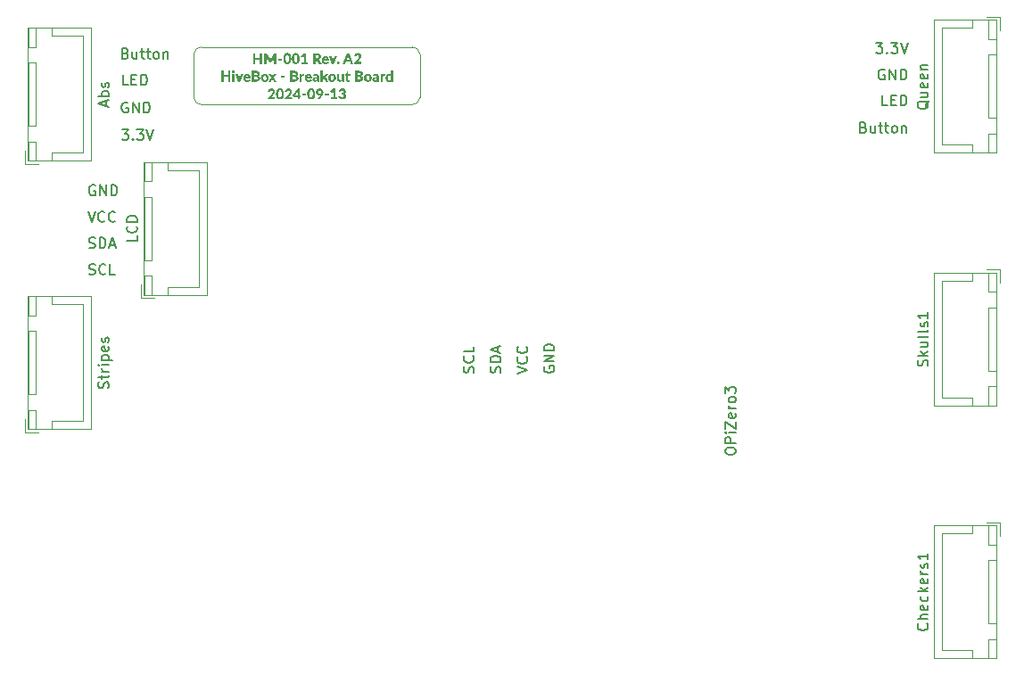
<source format=gto>
%TF.GenerationSoftware,KiCad,Pcbnew,8.0.4-8.0.4-0~ubuntu22.04.1*%
%TF.CreationDate,2024-09-28T14:33:57-04:00*%
%TF.ProjectId,hivemind-pcb,68697665-6d69-46e6-942d-7063622e6b69,rev?*%
%TF.SameCoordinates,Original*%
%TF.FileFunction,Legend,Top*%
%TF.FilePolarity,Positive*%
%FSLAX46Y46*%
G04 Gerber Fmt 4.6, Leading zero omitted, Abs format (unit mm)*
G04 Created by KiCad (PCBNEW 8.0.4-8.0.4-0~ubuntu22.04.1) date 2024-09-28 14:33:57*
%MOMM*%
%LPD*%
G01*
G04 APERTURE LIST*
%ADD10C,0.200000*%
%ADD11C,0.100000*%
%ADD12C,0.150000*%
%ADD13C,0.120000*%
G04 APERTURE END LIST*
D10*
X166270706Y-48365409D02*
X166413563Y-48413028D01*
X166413563Y-48413028D02*
X166461182Y-48460647D01*
X166461182Y-48460647D02*
X166508801Y-48555885D01*
X166508801Y-48555885D02*
X166508801Y-48698742D01*
X166508801Y-48698742D02*
X166461182Y-48793980D01*
X166461182Y-48793980D02*
X166413563Y-48841600D01*
X166413563Y-48841600D02*
X166318325Y-48889219D01*
X166318325Y-48889219D02*
X165937373Y-48889219D01*
X165937373Y-48889219D02*
X165937373Y-47889219D01*
X165937373Y-47889219D02*
X166270706Y-47889219D01*
X166270706Y-47889219D02*
X166365944Y-47936838D01*
X166365944Y-47936838D02*
X166413563Y-47984457D01*
X166413563Y-47984457D02*
X166461182Y-48079695D01*
X166461182Y-48079695D02*
X166461182Y-48174933D01*
X166461182Y-48174933D02*
X166413563Y-48270171D01*
X166413563Y-48270171D02*
X166365944Y-48317790D01*
X166365944Y-48317790D02*
X166270706Y-48365409D01*
X166270706Y-48365409D02*
X165937373Y-48365409D01*
X167365944Y-48222552D02*
X167365944Y-48889219D01*
X166937373Y-48222552D02*
X166937373Y-48746361D01*
X166937373Y-48746361D02*
X166984992Y-48841600D01*
X166984992Y-48841600D02*
X167080230Y-48889219D01*
X167080230Y-48889219D02*
X167223087Y-48889219D01*
X167223087Y-48889219D02*
X167318325Y-48841600D01*
X167318325Y-48841600D02*
X167365944Y-48793980D01*
X167699278Y-48222552D02*
X168080230Y-48222552D01*
X167842135Y-47889219D02*
X167842135Y-48746361D01*
X167842135Y-48746361D02*
X167889754Y-48841600D01*
X167889754Y-48841600D02*
X167984992Y-48889219D01*
X167984992Y-48889219D02*
X168080230Y-48889219D01*
X168270707Y-48222552D02*
X168651659Y-48222552D01*
X168413564Y-47889219D02*
X168413564Y-48746361D01*
X168413564Y-48746361D02*
X168461183Y-48841600D01*
X168461183Y-48841600D02*
X168556421Y-48889219D01*
X168556421Y-48889219D02*
X168651659Y-48889219D01*
X169127850Y-48889219D02*
X169032612Y-48841600D01*
X169032612Y-48841600D02*
X168984993Y-48793980D01*
X168984993Y-48793980D02*
X168937374Y-48698742D01*
X168937374Y-48698742D02*
X168937374Y-48413028D01*
X168937374Y-48413028D02*
X168984993Y-48317790D01*
X168984993Y-48317790D02*
X169032612Y-48270171D01*
X169032612Y-48270171D02*
X169127850Y-48222552D01*
X169127850Y-48222552D02*
X169270707Y-48222552D01*
X169270707Y-48222552D02*
X169365945Y-48270171D01*
X169365945Y-48270171D02*
X169413564Y-48317790D01*
X169413564Y-48317790D02*
X169461183Y-48413028D01*
X169461183Y-48413028D02*
X169461183Y-48698742D01*
X169461183Y-48698742D02*
X169413564Y-48793980D01*
X169413564Y-48793980D02*
X169365945Y-48841600D01*
X169365945Y-48841600D02*
X169270707Y-48889219D01*
X169270707Y-48889219D02*
X169127850Y-48889219D01*
X169889755Y-48222552D02*
X169889755Y-48889219D01*
X169889755Y-48317790D02*
X169937374Y-48270171D01*
X169937374Y-48270171D02*
X170032612Y-48222552D01*
X170032612Y-48222552D02*
X170175469Y-48222552D01*
X170175469Y-48222552D02*
X170270707Y-48270171D01*
X170270707Y-48270171D02*
X170318326Y-48365409D01*
X170318326Y-48365409D02*
X170318326Y-48889219D01*
X166492707Y-53056838D02*
X166397469Y-53009219D01*
X166397469Y-53009219D02*
X166254612Y-53009219D01*
X166254612Y-53009219D02*
X166111755Y-53056838D01*
X166111755Y-53056838D02*
X166016517Y-53152076D01*
X166016517Y-53152076D02*
X165968898Y-53247314D01*
X165968898Y-53247314D02*
X165921279Y-53437790D01*
X165921279Y-53437790D02*
X165921279Y-53580647D01*
X165921279Y-53580647D02*
X165968898Y-53771123D01*
X165968898Y-53771123D02*
X166016517Y-53866361D01*
X166016517Y-53866361D02*
X166111755Y-53961600D01*
X166111755Y-53961600D02*
X166254612Y-54009219D01*
X166254612Y-54009219D02*
X166349850Y-54009219D01*
X166349850Y-54009219D02*
X166492707Y-53961600D01*
X166492707Y-53961600D02*
X166540326Y-53913980D01*
X166540326Y-53913980D02*
X166540326Y-53580647D01*
X166540326Y-53580647D02*
X166349850Y-53580647D01*
X166968898Y-54009219D02*
X166968898Y-53009219D01*
X166968898Y-53009219D02*
X167540326Y-54009219D01*
X167540326Y-54009219D02*
X167540326Y-53009219D01*
X168016517Y-54009219D02*
X168016517Y-53009219D01*
X168016517Y-53009219D02*
X168254612Y-53009219D01*
X168254612Y-53009219D02*
X168397469Y-53056838D01*
X168397469Y-53056838D02*
X168492707Y-53152076D01*
X168492707Y-53152076D02*
X168540326Y-53247314D01*
X168540326Y-53247314D02*
X168587945Y-53437790D01*
X168587945Y-53437790D02*
X168587945Y-53580647D01*
X168587945Y-53580647D02*
X168540326Y-53771123D01*
X168540326Y-53771123D02*
X168492707Y-53866361D01*
X168492707Y-53866361D02*
X168397469Y-53961600D01*
X168397469Y-53961600D02*
X168254612Y-54009219D01*
X168254612Y-54009219D02*
X168016517Y-54009219D01*
X166524421Y-51389219D02*
X166048231Y-51389219D01*
X166048231Y-51389219D02*
X166048231Y-50389219D01*
X166857755Y-50865409D02*
X167191088Y-50865409D01*
X167333945Y-51389219D02*
X166857755Y-51389219D01*
X166857755Y-51389219D02*
X166857755Y-50389219D01*
X166857755Y-50389219D02*
X167333945Y-50389219D01*
X167762517Y-51389219D02*
X167762517Y-50389219D01*
X167762517Y-50389219D02*
X168000612Y-50389219D01*
X168000612Y-50389219D02*
X168143469Y-50436838D01*
X168143469Y-50436838D02*
X168238707Y-50532076D01*
X168238707Y-50532076D02*
X168286326Y-50627314D01*
X168286326Y-50627314D02*
X168333945Y-50817790D01*
X168333945Y-50817790D02*
X168333945Y-50960647D01*
X168333945Y-50960647D02*
X168286326Y-51151123D01*
X168286326Y-51151123D02*
X168238707Y-51246361D01*
X168238707Y-51246361D02*
X168143469Y-51341600D01*
X168143469Y-51341600D02*
X168000612Y-51389219D01*
X168000612Y-51389219D02*
X167762517Y-51389219D01*
X165937184Y-55589219D02*
X166556231Y-55589219D01*
X166556231Y-55589219D02*
X166222898Y-55970171D01*
X166222898Y-55970171D02*
X166365755Y-55970171D01*
X166365755Y-55970171D02*
X166460993Y-56017790D01*
X166460993Y-56017790D02*
X166508612Y-56065409D01*
X166508612Y-56065409D02*
X166556231Y-56160647D01*
X166556231Y-56160647D02*
X166556231Y-56398742D01*
X166556231Y-56398742D02*
X166508612Y-56493980D01*
X166508612Y-56493980D02*
X166460993Y-56541600D01*
X166460993Y-56541600D02*
X166365755Y-56589219D01*
X166365755Y-56589219D02*
X166080041Y-56589219D01*
X166080041Y-56589219D02*
X165984803Y-56541600D01*
X165984803Y-56541600D02*
X165937184Y-56493980D01*
X166984803Y-56493980D02*
X167032422Y-56541600D01*
X167032422Y-56541600D02*
X166984803Y-56589219D01*
X166984803Y-56589219D02*
X166937184Y-56541600D01*
X166937184Y-56541600D02*
X166984803Y-56493980D01*
X166984803Y-56493980D02*
X166984803Y-56589219D01*
X167365755Y-55589219D02*
X167984802Y-55589219D01*
X167984802Y-55589219D02*
X167651469Y-55970171D01*
X167651469Y-55970171D02*
X167794326Y-55970171D01*
X167794326Y-55970171D02*
X167889564Y-56017790D01*
X167889564Y-56017790D02*
X167937183Y-56065409D01*
X167937183Y-56065409D02*
X167984802Y-56160647D01*
X167984802Y-56160647D02*
X167984802Y-56398742D01*
X167984802Y-56398742D02*
X167937183Y-56493980D01*
X167937183Y-56493980D02*
X167889564Y-56541600D01*
X167889564Y-56541600D02*
X167794326Y-56589219D01*
X167794326Y-56589219D02*
X167508612Y-56589219D01*
X167508612Y-56589219D02*
X167413374Y-56541600D01*
X167413374Y-56541600D02*
X167365755Y-56493980D01*
X168270517Y-55589219D02*
X168603850Y-56589219D01*
X168603850Y-56589219D02*
X168937183Y-55589219D01*
D11*
X194250000Y-52500000D02*
G75*
G02*
X193500000Y-53250000I-750000J0D01*
G01*
X172750000Y-48500000D02*
X172750000Y-52500000D01*
X193500000Y-47750000D02*
G75*
G02*
X194250000Y-48500000I0J-750000D01*
G01*
X172750000Y-48500000D02*
G75*
G02*
X173500000Y-47750000I750000J0D01*
G01*
X173500000Y-53250000D02*
X193500000Y-53250000D01*
X173500000Y-53250000D02*
G75*
G02*
X172750000Y-52500000I0J750000D01*
G01*
X193500000Y-47750000D02*
X173500000Y-47750000D01*
X194250000Y-52500000D02*
X194250000Y-48500000D01*
D10*
X162726816Y-63367219D02*
X163060149Y-64367219D01*
X163060149Y-64367219D02*
X163393482Y-63367219D01*
X164298244Y-64271980D02*
X164250625Y-64319600D01*
X164250625Y-64319600D02*
X164107768Y-64367219D01*
X164107768Y-64367219D02*
X164012530Y-64367219D01*
X164012530Y-64367219D02*
X163869673Y-64319600D01*
X163869673Y-64319600D02*
X163774435Y-64224361D01*
X163774435Y-64224361D02*
X163726816Y-64129123D01*
X163726816Y-64129123D02*
X163679197Y-63938647D01*
X163679197Y-63938647D02*
X163679197Y-63795790D01*
X163679197Y-63795790D02*
X163726816Y-63605314D01*
X163726816Y-63605314D02*
X163774435Y-63510076D01*
X163774435Y-63510076D02*
X163869673Y-63414838D01*
X163869673Y-63414838D02*
X164012530Y-63367219D01*
X164012530Y-63367219D02*
X164107768Y-63367219D01*
X164107768Y-63367219D02*
X164250625Y-63414838D01*
X164250625Y-63414838D02*
X164298244Y-63462457D01*
X165298244Y-64271980D02*
X165250625Y-64319600D01*
X165250625Y-64319600D02*
X165107768Y-64367219D01*
X165107768Y-64367219D02*
X165012530Y-64367219D01*
X165012530Y-64367219D02*
X164869673Y-64319600D01*
X164869673Y-64319600D02*
X164774435Y-64224361D01*
X164774435Y-64224361D02*
X164726816Y-64129123D01*
X164726816Y-64129123D02*
X164679197Y-63938647D01*
X164679197Y-63938647D02*
X164679197Y-63795790D01*
X164679197Y-63795790D02*
X164726816Y-63605314D01*
X164726816Y-63605314D02*
X164774435Y-63510076D01*
X164774435Y-63510076D02*
X164869673Y-63414838D01*
X164869673Y-63414838D02*
X165012530Y-63367219D01*
X165012530Y-63367219D02*
X165107768Y-63367219D01*
X165107768Y-63367219D02*
X165250625Y-63414838D01*
X165250625Y-63414838D02*
X165298244Y-63462457D01*
X206034838Y-78106517D02*
X205987219Y-78201755D01*
X205987219Y-78201755D02*
X205987219Y-78344612D01*
X205987219Y-78344612D02*
X206034838Y-78487469D01*
X206034838Y-78487469D02*
X206130076Y-78582707D01*
X206130076Y-78582707D02*
X206225314Y-78630326D01*
X206225314Y-78630326D02*
X206415790Y-78677945D01*
X206415790Y-78677945D02*
X206558647Y-78677945D01*
X206558647Y-78677945D02*
X206749123Y-78630326D01*
X206749123Y-78630326D02*
X206844361Y-78582707D01*
X206844361Y-78582707D02*
X206939600Y-78487469D01*
X206939600Y-78487469D02*
X206987219Y-78344612D01*
X206987219Y-78344612D02*
X206987219Y-78249374D01*
X206987219Y-78249374D02*
X206939600Y-78106517D01*
X206939600Y-78106517D02*
X206891980Y-78058898D01*
X206891980Y-78058898D02*
X206558647Y-78058898D01*
X206558647Y-78058898D02*
X206558647Y-78249374D01*
X206987219Y-77630326D02*
X205987219Y-77630326D01*
X205987219Y-77630326D02*
X206987219Y-77058898D01*
X206987219Y-77058898D02*
X205987219Y-77058898D01*
X206987219Y-76582707D02*
X205987219Y-76582707D01*
X205987219Y-76582707D02*
X205987219Y-76344612D01*
X205987219Y-76344612D02*
X206034838Y-76201755D01*
X206034838Y-76201755D02*
X206130076Y-76106517D01*
X206130076Y-76106517D02*
X206225314Y-76058898D01*
X206225314Y-76058898D02*
X206415790Y-76011279D01*
X206415790Y-76011279D02*
X206558647Y-76011279D01*
X206558647Y-76011279D02*
X206749123Y-76058898D01*
X206749123Y-76058898D02*
X206844361Y-76106517D01*
X206844361Y-76106517D02*
X206939600Y-76201755D01*
X206939600Y-76201755D02*
X206987219Y-76344612D01*
X206987219Y-76344612D02*
X206987219Y-76582707D01*
X163393482Y-60914838D02*
X163298244Y-60867219D01*
X163298244Y-60867219D02*
X163155387Y-60867219D01*
X163155387Y-60867219D02*
X163012530Y-60914838D01*
X163012530Y-60914838D02*
X162917292Y-61010076D01*
X162917292Y-61010076D02*
X162869673Y-61105314D01*
X162869673Y-61105314D02*
X162822054Y-61295790D01*
X162822054Y-61295790D02*
X162822054Y-61438647D01*
X162822054Y-61438647D02*
X162869673Y-61629123D01*
X162869673Y-61629123D02*
X162917292Y-61724361D01*
X162917292Y-61724361D02*
X163012530Y-61819600D01*
X163012530Y-61819600D02*
X163155387Y-61867219D01*
X163155387Y-61867219D02*
X163250625Y-61867219D01*
X163250625Y-61867219D02*
X163393482Y-61819600D01*
X163393482Y-61819600D02*
X163441101Y-61771980D01*
X163441101Y-61771980D02*
X163441101Y-61438647D01*
X163441101Y-61438647D02*
X163250625Y-61438647D01*
X163869673Y-61867219D02*
X163869673Y-60867219D01*
X163869673Y-60867219D02*
X164441101Y-61867219D01*
X164441101Y-61867219D02*
X164441101Y-60867219D01*
X164917292Y-61867219D02*
X164917292Y-60867219D01*
X164917292Y-60867219D02*
X165155387Y-60867219D01*
X165155387Y-60867219D02*
X165298244Y-60914838D01*
X165298244Y-60914838D02*
X165393482Y-61010076D01*
X165393482Y-61010076D02*
X165441101Y-61105314D01*
X165441101Y-61105314D02*
X165488720Y-61295790D01*
X165488720Y-61295790D02*
X165488720Y-61438647D01*
X165488720Y-61438647D02*
X165441101Y-61629123D01*
X165441101Y-61629123D02*
X165393482Y-61724361D01*
X165393482Y-61724361D02*
X165298244Y-61819600D01*
X165298244Y-61819600D02*
X165155387Y-61867219D01*
X165155387Y-61867219D02*
X164917292Y-61867219D01*
X199319600Y-78677945D02*
X199367219Y-78535088D01*
X199367219Y-78535088D02*
X199367219Y-78296993D01*
X199367219Y-78296993D02*
X199319600Y-78201755D01*
X199319600Y-78201755D02*
X199271980Y-78154136D01*
X199271980Y-78154136D02*
X199176742Y-78106517D01*
X199176742Y-78106517D02*
X199081504Y-78106517D01*
X199081504Y-78106517D02*
X198986266Y-78154136D01*
X198986266Y-78154136D02*
X198938647Y-78201755D01*
X198938647Y-78201755D02*
X198891028Y-78296993D01*
X198891028Y-78296993D02*
X198843409Y-78487469D01*
X198843409Y-78487469D02*
X198795790Y-78582707D01*
X198795790Y-78582707D02*
X198748171Y-78630326D01*
X198748171Y-78630326D02*
X198652933Y-78677945D01*
X198652933Y-78677945D02*
X198557695Y-78677945D01*
X198557695Y-78677945D02*
X198462457Y-78630326D01*
X198462457Y-78630326D02*
X198414838Y-78582707D01*
X198414838Y-78582707D02*
X198367219Y-78487469D01*
X198367219Y-78487469D02*
X198367219Y-78249374D01*
X198367219Y-78249374D02*
X198414838Y-78106517D01*
X199271980Y-77106517D02*
X199319600Y-77154136D01*
X199319600Y-77154136D02*
X199367219Y-77296993D01*
X199367219Y-77296993D02*
X199367219Y-77392231D01*
X199367219Y-77392231D02*
X199319600Y-77535088D01*
X199319600Y-77535088D02*
X199224361Y-77630326D01*
X199224361Y-77630326D02*
X199129123Y-77677945D01*
X199129123Y-77677945D02*
X198938647Y-77725564D01*
X198938647Y-77725564D02*
X198795790Y-77725564D01*
X198795790Y-77725564D02*
X198605314Y-77677945D01*
X198605314Y-77677945D02*
X198510076Y-77630326D01*
X198510076Y-77630326D02*
X198414838Y-77535088D01*
X198414838Y-77535088D02*
X198367219Y-77392231D01*
X198367219Y-77392231D02*
X198367219Y-77296993D01*
X198367219Y-77296993D02*
X198414838Y-77154136D01*
X198414838Y-77154136D02*
X198462457Y-77106517D01*
X199367219Y-76201755D02*
X199367219Y-76677945D01*
X199367219Y-76677945D02*
X198367219Y-76677945D01*
X237523184Y-47367219D02*
X238142231Y-47367219D01*
X238142231Y-47367219D02*
X237808898Y-47748171D01*
X237808898Y-47748171D02*
X237951755Y-47748171D01*
X237951755Y-47748171D02*
X238046993Y-47795790D01*
X238046993Y-47795790D02*
X238094612Y-47843409D01*
X238094612Y-47843409D02*
X238142231Y-47938647D01*
X238142231Y-47938647D02*
X238142231Y-48176742D01*
X238142231Y-48176742D02*
X238094612Y-48271980D01*
X238094612Y-48271980D02*
X238046993Y-48319600D01*
X238046993Y-48319600D02*
X237951755Y-48367219D01*
X237951755Y-48367219D02*
X237666041Y-48367219D01*
X237666041Y-48367219D02*
X237570803Y-48319600D01*
X237570803Y-48319600D02*
X237523184Y-48271980D01*
X238570803Y-48271980D02*
X238618422Y-48319600D01*
X238618422Y-48319600D02*
X238570803Y-48367219D01*
X238570803Y-48367219D02*
X238523184Y-48319600D01*
X238523184Y-48319600D02*
X238570803Y-48271980D01*
X238570803Y-48271980D02*
X238570803Y-48367219D01*
X238951755Y-47367219D02*
X239570802Y-47367219D01*
X239570802Y-47367219D02*
X239237469Y-47748171D01*
X239237469Y-47748171D02*
X239380326Y-47748171D01*
X239380326Y-47748171D02*
X239475564Y-47795790D01*
X239475564Y-47795790D02*
X239523183Y-47843409D01*
X239523183Y-47843409D02*
X239570802Y-47938647D01*
X239570802Y-47938647D02*
X239570802Y-48176742D01*
X239570802Y-48176742D02*
X239523183Y-48271980D01*
X239523183Y-48271980D02*
X239475564Y-48319600D01*
X239475564Y-48319600D02*
X239380326Y-48367219D01*
X239380326Y-48367219D02*
X239094612Y-48367219D01*
X239094612Y-48367219D02*
X238999374Y-48319600D01*
X238999374Y-48319600D02*
X238951755Y-48271980D01*
X239856517Y-47367219D02*
X240189850Y-48367219D01*
X240189850Y-48367219D02*
X240523183Y-47367219D01*
X203447219Y-78773183D02*
X204447219Y-78439850D01*
X204447219Y-78439850D02*
X203447219Y-78106517D01*
X204351980Y-77201755D02*
X204399600Y-77249374D01*
X204399600Y-77249374D02*
X204447219Y-77392231D01*
X204447219Y-77392231D02*
X204447219Y-77487469D01*
X204447219Y-77487469D02*
X204399600Y-77630326D01*
X204399600Y-77630326D02*
X204304361Y-77725564D01*
X204304361Y-77725564D02*
X204209123Y-77773183D01*
X204209123Y-77773183D02*
X204018647Y-77820802D01*
X204018647Y-77820802D02*
X203875790Y-77820802D01*
X203875790Y-77820802D02*
X203685314Y-77773183D01*
X203685314Y-77773183D02*
X203590076Y-77725564D01*
X203590076Y-77725564D02*
X203494838Y-77630326D01*
X203494838Y-77630326D02*
X203447219Y-77487469D01*
X203447219Y-77487469D02*
X203447219Y-77392231D01*
X203447219Y-77392231D02*
X203494838Y-77249374D01*
X203494838Y-77249374D02*
X203542457Y-77201755D01*
X204351980Y-76201755D02*
X204399600Y-76249374D01*
X204399600Y-76249374D02*
X204447219Y-76392231D01*
X204447219Y-76392231D02*
X204447219Y-76487469D01*
X204447219Y-76487469D02*
X204399600Y-76630326D01*
X204399600Y-76630326D02*
X204304361Y-76725564D01*
X204304361Y-76725564D02*
X204209123Y-76773183D01*
X204209123Y-76773183D02*
X204018647Y-76820802D01*
X204018647Y-76820802D02*
X203875790Y-76820802D01*
X203875790Y-76820802D02*
X203685314Y-76773183D01*
X203685314Y-76773183D02*
X203590076Y-76725564D01*
X203590076Y-76725564D02*
X203494838Y-76630326D01*
X203494838Y-76630326D02*
X203447219Y-76487469D01*
X203447219Y-76487469D02*
X203447219Y-76392231D01*
X203447219Y-76392231D02*
X203494838Y-76249374D01*
X203494838Y-76249374D02*
X203542457Y-76201755D01*
X238618421Y-53327219D02*
X238142231Y-53327219D01*
X238142231Y-53327219D02*
X238142231Y-52327219D01*
X238951755Y-52803409D02*
X239285088Y-52803409D01*
X239427945Y-53327219D02*
X238951755Y-53327219D01*
X238951755Y-53327219D02*
X238951755Y-52327219D01*
X238951755Y-52327219D02*
X239427945Y-52327219D01*
X239856517Y-53327219D02*
X239856517Y-52327219D01*
X239856517Y-52327219D02*
X240094612Y-52327219D01*
X240094612Y-52327219D02*
X240237469Y-52374838D01*
X240237469Y-52374838D02*
X240332707Y-52470076D01*
X240332707Y-52470076D02*
X240380326Y-52565314D01*
X240380326Y-52565314D02*
X240427945Y-52755790D01*
X240427945Y-52755790D02*
X240427945Y-52898647D01*
X240427945Y-52898647D02*
X240380326Y-53089123D01*
X240380326Y-53089123D02*
X240332707Y-53184361D01*
X240332707Y-53184361D02*
X240237469Y-53279600D01*
X240237469Y-53279600D02*
X240094612Y-53327219D01*
X240094612Y-53327219D02*
X239856517Y-53327219D01*
X238332707Y-49914838D02*
X238237469Y-49867219D01*
X238237469Y-49867219D02*
X238094612Y-49867219D01*
X238094612Y-49867219D02*
X237951755Y-49914838D01*
X237951755Y-49914838D02*
X237856517Y-50010076D01*
X237856517Y-50010076D02*
X237808898Y-50105314D01*
X237808898Y-50105314D02*
X237761279Y-50295790D01*
X237761279Y-50295790D02*
X237761279Y-50438647D01*
X237761279Y-50438647D02*
X237808898Y-50629123D01*
X237808898Y-50629123D02*
X237856517Y-50724361D01*
X237856517Y-50724361D02*
X237951755Y-50819600D01*
X237951755Y-50819600D02*
X238094612Y-50867219D01*
X238094612Y-50867219D02*
X238189850Y-50867219D01*
X238189850Y-50867219D02*
X238332707Y-50819600D01*
X238332707Y-50819600D02*
X238380326Y-50771980D01*
X238380326Y-50771980D02*
X238380326Y-50438647D01*
X238380326Y-50438647D02*
X238189850Y-50438647D01*
X238808898Y-50867219D02*
X238808898Y-49867219D01*
X238808898Y-49867219D02*
X239380326Y-50867219D01*
X239380326Y-50867219D02*
X239380326Y-49867219D01*
X239856517Y-50867219D02*
X239856517Y-49867219D01*
X239856517Y-49867219D02*
X240094612Y-49867219D01*
X240094612Y-49867219D02*
X240237469Y-49914838D01*
X240237469Y-49914838D02*
X240332707Y-50010076D01*
X240332707Y-50010076D02*
X240380326Y-50105314D01*
X240380326Y-50105314D02*
X240427945Y-50295790D01*
X240427945Y-50295790D02*
X240427945Y-50438647D01*
X240427945Y-50438647D02*
X240380326Y-50629123D01*
X240380326Y-50629123D02*
X240332707Y-50724361D01*
X240332707Y-50724361D02*
X240237469Y-50819600D01*
X240237469Y-50819600D02*
X240094612Y-50867219D01*
X240094612Y-50867219D02*
X239856517Y-50867219D01*
X201859600Y-78677945D02*
X201907219Y-78535088D01*
X201907219Y-78535088D02*
X201907219Y-78296993D01*
X201907219Y-78296993D02*
X201859600Y-78201755D01*
X201859600Y-78201755D02*
X201811980Y-78154136D01*
X201811980Y-78154136D02*
X201716742Y-78106517D01*
X201716742Y-78106517D02*
X201621504Y-78106517D01*
X201621504Y-78106517D02*
X201526266Y-78154136D01*
X201526266Y-78154136D02*
X201478647Y-78201755D01*
X201478647Y-78201755D02*
X201431028Y-78296993D01*
X201431028Y-78296993D02*
X201383409Y-78487469D01*
X201383409Y-78487469D02*
X201335790Y-78582707D01*
X201335790Y-78582707D02*
X201288171Y-78630326D01*
X201288171Y-78630326D02*
X201192933Y-78677945D01*
X201192933Y-78677945D02*
X201097695Y-78677945D01*
X201097695Y-78677945D02*
X201002457Y-78630326D01*
X201002457Y-78630326D02*
X200954838Y-78582707D01*
X200954838Y-78582707D02*
X200907219Y-78487469D01*
X200907219Y-78487469D02*
X200907219Y-78249374D01*
X200907219Y-78249374D02*
X200954838Y-78106517D01*
X201907219Y-77677945D02*
X200907219Y-77677945D01*
X200907219Y-77677945D02*
X200907219Y-77439850D01*
X200907219Y-77439850D02*
X200954838Y-77296993D01*
X200954838Y-77296993D02*
X201050076Y-77201755D01*
X201050076Y-77201755D02*
X201145314Y-77154136D01*
X201145314Y-77154136D02*
X201335790Y-77106517D01*
X201335790Y-77106517D02*
X201478647Y-77106517D01*
X201478647Y-77106517D02*
X201669123Y-77154136D01*
X201669123Y-77154136D02*
X201764361Y-77201755D01*
X201764361Y-77201755D02*
X201859600Y-77296993D01*
X201859600Y-77296993D02*
X201907219Y-77439850D01*
X201907219Y-77439850D02*
X201907219Y-77677945D01*
X201621504Y-76725564D02*
X201621504Y-76249374D01*
X201907219Y-76820802D02*
X200907219Y-76487469D01*
X200907219Y-76487469D02*
X201907219Y-76154136D01*
X236332706Y-55383409D02*
X236475563Y-55431028D01*
X236475563Y-55431028D02*
X236523182Y-55478647D01*
X236523182Y-55478647D02*
X236570801Y-55573885D01*
X236570801Y-55573885D02*
X236570801Y-55716742D01*
X236570801Y-55716742D02*
X236523182Y-55811980D01*
X236523182Y-55811980D02*
X236475563Y-55859600D01*
X236475563Y-55859600D02*
X236380325Y-55907219D01*
X236380325Y-55907219D02*
X235999373Y-55907219D01*
X235999373Y-55907219D02*
X235999373Y-54907219D01*
X235999373Y-54907219D02*
X236332706Y-54907219D01*
X236332706Y-54907219D02*
X236427944Y-54954838D01*
X236427944Y-54954838D02*
X236475563Y-55002457D01*
X236475563Y-55002457D02*
X236523182Y-55097695D01*
X236523182Y-55097695D02*
X236523182Y-55192933D01*
X236523182Y-55192933D02*
X236475563Y-55288171D01*
X236475563Y-55288171D02*
X236427944Y-55335790D01*
X236427944Y-55335790D02*
X236332706Y-55383409D01*
X236332706Y-55383409D02*
X235999373Y-55383409D01*
X237427944Y-55240552D02*
X237427944Y-55907219D01*
X236999373Y-55240552D02*
X236999373Y-55764361D01*
X236999373Y-55764361D02*
X237046992Y-55859600D01*
X237046992Y-55859600D02*
X237142230Y-55907219D01*
X237142230Y-55907219D02*
X237285087Y-55907219D01*
X237285087Y-55907219D02*
X237380325Y-55859600D01*
X237380325Y-55859600D02*
X237427944Y-55811980D01*
X237761278Y-55240552D02*
X238142230Y-55240552D01*
X237904135Y-54907219D02*
X237904135Y-55764361D01*
X237904135Y-55764361D02*
X237951754Y-55859600D01*
X237951754Y-55859600D02*
X238046992Y-55907219D01*
X238046992Y-55907219D02*
X238142230Y-55907219D01*
X238332707Y-55240552D02*
X238713659Y-55240552D01*
X238475564Y-54907219D02*
X238475564Y-55764361D01*
X238475564Y-55764361D02*
X238523183Y-55859600D01*
X238523183Y-55859600D02*
X238618421Y-55907219D01*
X238618421Y-55907219D02*
X238713659Y-55907219D01*
X239189850Y-55907219D02*
X239094612Y-55859600D01*
X239094612Y-55859600D02*
X239046993Y-55811980D01*
X239046993Y-55811980D02*
X238999374Y-55716742D01*
X238999374Y-55716742D02*
X238999374Y-55431028D01*
X238999374Y-55431028D02*
X239046993Y-55335790D01*
X239046993Y-55335790D02*
X239094612Y-55288171D01*
X239094612Y-55288171D02*
X239189850Y-55240552D01*
X239189850Y-55240552D02*
X239332707Y-55240552D01*
X239332707Y-55240552D02*
X239427945Y-55288171D01*
X239427945Y-55288171D02*
X239475564Y-55335790D01*
X239475564Y-55335790D02*
X239523183Y-55431028D01*
X239523183Y-55431028D02*
X239523183Y-55716742D01*
X239523183Y-55716742D02*
X239475564Y-55811980D01*
X239475564Y-55811980D02*
X239427945Y-55859600D01*
X239427945Y-55859600D02*
X239332707Y-55907219D01*
X239332707Y-55907219D02*
X239189850Y-55907219D01*
X239951755Y-55240552D02*
X239951755Y-55907219D01*
X239951755Y-55335790D02*
X239999374Y-55288171D01*
X239999374Y-55288171D02*
X240094612Y-55240552D01*
X240094612Y-55240552D02*
X240237469Y-55240552D01*
X240237469Y-55240552D02*
X240332707Y-55288171D01*
X240332707Y-55288171D02*
X240380326Y-55383409D01*
X240380326Y-55383409D02*
X240380326Y-55907219D01*
X162822054Y-66819600D02*
X162964911Y-66867219D01*
X162964911Y-66867219D02*
X163203006Y-66867219D01*
X163203006Y-66867219D02*
X163298244Y-66819600D01*
X163298244Y-66819600D02*
X163345863Y-66771980D01*
X163345863Y-66771980D02*
X163393482Y-66676742D01*
X163393482Y-66676742D02*
X163393482Y-66581504D01*
X163393482Y-66581504D02*
X163345863Y-66486266D01*
X163345863Y-66486266D02*
X163298244Y-66438647D01*
X163298244Y-66438647D02*
X163203006Y-66391028D01*
X163203006Y-66391028D02*
X163012530Y-66343409D01*
X163012530Y-66343409D02*
X162917292Y-66295790D01*
X162917292Y-66295790D02*
X162869673Y-66248171D01*
X162869673Y-66248171D02*
X162822054Y-66152933D01*
X162822054Y-66152933D02*
X162822054Y-66057695D01*
X162822054Y-66057695D02*
X162869673Y-65962457D01*
X162869673Y-65962457D02*
X162917292Y-65914838D01*
X162917292Y-65914838D02*
X163012530Y-65867219D01*
X163012530Y-65867219D02*
X163250625Y-65867219D01*
X163250625Y-65867219D02*
X163393482Y-65914838D01*
X163822054Y-66867219D02*
X163822054Y-65867219D01*
X163822054Y-65867219D02*
X164060149Y-65867219D01*
X164060149Y-65867219D02*
X164203006Y-65914838D01*
X164203006Y-65914838D02*
X164298244Y-66010076D01*
X164298244Y-66010076D02*
X164345863Y-66105314D01*
X164345863Y-66105314D02*
X164393482Y-66295790D01*
X164393482Y-66295790D02*
X164393482Y-66438647D01*
X164393482Y-66438647D02*
X164345863Y-66629123D01*
X164345863Y-66629123D02*
X164298244Y-66724361D01*
X164298244Y-66724361D02*
X164203006Y-66819600D01*
X164203006Y-66819600D02*
X164060149Y-66867219D01*
X164060149Y-66867219D02*
X163822054Y-66867219D01*
X164774435Y-66581504D02*
X165250625Y-66581504D01*
X164679197Y-66867219D02*
X165012530Y-65867219D01*
X165012530Y-65867219D02*
X165345863Y-66867219D01*
X162822054Y-69319600D02*
X162964911Y-69367219D01*
X162964911Y-69367219D02*
X163203006Y-69367219D01*
X163203006Y-69367219D02*
X163298244Y-69319600D01*
X163298244Y-69319600D02*
X163345863Y-69271980D01*
X163345863Y-69271980D02*
X163393482Y-69176742D01*
X163393482Y-69176742D02*
X163393482Y-69081504D01*
X163393482Y-69081504D02*
X163345863Y-68986266D01*
X163345863Y-68986266D02*
X163298244Y-68938647D01*
X163298244Y-68938647D02*
X163203006Y-68891028D01*
X163203006Y-68891028D02*
X163012530Y-68843409D01*
X163012530Y-68843409D02*
X162917292Y-68795790D01*
X162917292Y-68795790D02*
X162869673Y-68748171D01*
X162869673Y-68748171D02*
X162822054Y-68652933D01*
X162822054Y-68652933D02*
X162822054Y-68557695D01*
X162822054Y-68557695D02*
X162869673Y-68462457D01*
X162869673Y-68462457D02*
X162917292Y-68414838D01*
X162917292Y-68414838D02*
X163012530Y-68367219D01*
X163012530Y-68367219D02*
X163250625Y-68367219D01*
X163250625Y-68367219D02*
X163393482Y-68414838D01*
X164393482Y-69271980D02*
X164345863Y-69319600D01*
X164345863Y-69319600D02*
X164203006Y-69367219D01*
X164203006Y-69367219D02*
X164107768Y-69367219D01*
X164107768Y-69367219D02*
X163964911Y-69319600D01*
X163964911Y-69319600D02*
X163869673Y-69224361D01*
X163869673Y-69224361D02*
X163822054Y-69129123D01*
X163822054Y-69129123D02*
X163774435Y-68938647D01*
X163774435Y-68938647D02*
X163774435Y-68795790D01*
X163774435Y-68795790D02*
X163822054Y-68605314D01*
X163822054Y-68605314D02*
X163869673Y-68510076D01*
X163869673Y-68510076D02*
X163964911Y-68414838D01*
X163964911Y-68414838D02*
X164107768Y-68367219D01*
X164107768Y-68367219D02*
X164203006Y-68367219D01*
X164203006Y-68367219D02*
X164345863Y-68414838D01*
X164345863Y-68414838D02*
X164393482Y-68462457D01*
X165298244Y-69367219D02*
X164822054Y-69367219D01*
X164822054Y-69367219D02*
X164822054Y-68367219D01*
D11*
G36*
X179273378Y-49375000D02*
G01*
X179034264Y-49375000D01*
X179034264Y-48937316D01*
X178617830Y-48937316D01*
X178617830Y-49375000D01*
X178378716Y-49375000D01*
X178378716Y-48343318D01*
X178617830Y-48343318D01*
X178617830Y-48773674D01*
X179034264Y-48773674D01*
X179034264Y-48343318D01*
X179273378Y-48343318D01*
X179273378Y-49375000D01*
G37*
G36*
X179990230Y-48905076D02*
G01*
X180012208Y-48950583D01*
X180017097Y-48961496D01*
X180036960Y-49007805D01*
X180042254Y-49021092D01*
X180060756Y-48975021D01*
X180067167Y-48960031D01*
X180088586Y-48914879D01*
X180095011Y-48902878D01*
X180358060Y-48378977D01*
X180372470Y-48357972D01*
X180388835Y-48346981D01*
X180409595Y-48343318D01*
X180436706Y-48343318D01*
X180618423Y-48343318D01*
X180618423Y-49375000D01*
X180408618Y-49375000D01*
X180408618Y-48786374D01*
X180410009Y-48735850D01*
X180413015Y-48693562D01*
X180141417Y-49218928D01*
X180108557Y-49255492D01*
X180107223Y-49256297D01*
X180058374Y-49268754D01*
X180026134Y-49268754D01*
X179978391Y-49257064D01*
X179977041Y-49256297D01*
X179943092Y-49218928D01*
X179670028Y-48693073D01*
X179674180Y-48741922D01*
X179675646Y-48786374D01*
X179675646Y-49375000D01*
X179466085Y-49375000D01*
X179466085Y-48343318D01*
X179647558Y-48343318D01*
X179674669Y-48343318D01*
X179695429Y-48346981D01*
X179711794Y-48357972D01*
X179726448Y-48378977D01*
X179990230Y-48905076D01*
G37*
G36*
X180783531Y-48859159D02*
G01*
X181163329Y-48859159D01*
X181163329Y-49031106D01*
X180783531Y-49031106D01*
X180783531Y-48859159D01*
G37*
G36*
X181690420Y-48338555D02*
G01*
X181742600Y-48348966D01*
X181792010Y-48366765D01*
X181837922Y-48392212D01*
X181879274Y-48425567D01*
X181912910Y-48462752D01*
X181942644Y-48506521D01*
X181965693Y-48551581D01*
X181985225Y-48602013D01*
X181992778Y-48626151D01*
X182005493Y-48677610D01*
X182013640Y-48726318D01*
X182019004Y-48778462D01*
X182021587Y-48834042D01*
X182021842Y-48858914D01*
X182020821Y-48908027D01*
X182017046Y-48962135D01*
X182010489Y-49012806D01*
X181999590Y-49066509D01*
X181992778Y-49091678D01*
X181976978Y-49138786D01*
X181955883Y-49186747D01*
X181931271Y-49229375D01*
X181912910Y-49254832D01*
X181879274Y-49292065D01*
X181837922Y-49325583D01*
X181792010Y-49351308D01*
X181742600Y-49369246D01*
X181690420Y-49379738D01*
X181640579Y-49382815D01*
X181590786Y-49379738D01*
X181538769Y-49369246D01*
X181489637Y-49351308D01*
X181444142Y-49325583D01*
X181403034Y-49292065D01*
X181369470Y-49254832D01*
X181340018Y-49211088D01*
X181317181Y-49166089D01*
X181297823Y-49115759D01*
X181290335Y-49091678D01*
X181277940Y-49040219D01*
X181269999Y-48991511D01*
X181264770Y-48939367D01*
X181262252Y-48883786D01*
X181262003Y-48858914D01*
X181487195Y-48858914D01*
X181488004Y-48910297D01*
X181490848Y-48962190D01*
X181496410Y-49012508D01*
X181500140Y-49034769D01*
X181512068Y-49085420D01*
X181529338Y-49132142D01*
X181534578Y-49142480D01*
X181563925Y-49181998D01*
X181583915Y-49196458D01*
X181631597Y-49210516D01*
X181640579Y-49210868D01*
X181688693Y-49200609D01*
X181697488Y-49196458D01*
X181734836Y-49162648D01*
X181747802Y-49142480D01*
X181767769Y-49095769D01*
X181780665Y-49047295D01*
X181783217Y-49034769D01*
X181790865Y-48983245D01*
X181794761Y-48934134D01*
X181796441Y-48885224D01*
X181796650Y-48858914D01*
X181795811Y-48807730D01*
X181792859Y-48755951D01*
X181787087Y-48705623D01*
X181783217Y-48683304D01*
X181771010Y-48632418D01*
X181753217Y-48585824D01*
X181747802Y-48575593D01*
X181717730Y-48536380D01*
X181697488Y-48522103D01*
X181649568Y-48507807D01*
X181640579Y-48507449D01*
X181592640Y-48517882D01*
X181583915Y-48522103D01*
X181547170Y-48555562D01*
X181534578Y-48575593D01*
X181515222Y-48622060D01*
X181502642Y-48670695D01*
X181500140Y-48683304D01*
X181492770Y-48734909D01*
X181489015Y-48783959D01*
X181487309Y-48839151D01*
X181487195Y-48858914D01*
X181262003Y-48858914D01*
X181262999Y-48809802D01*
X181266679Y-48755694D01*
X181273070Y-48705022D01*
X181283695Y-48651319D01*
X181290335Y-48626151D01*
X181305997Y-48578936D01*
X181326901Y-48530891D01*
X181351283Y-48488218D01*
X181369470Y-48462752D01*
X181403034Y-48425567D01*
X181444142Y-48392212D01*
X181489637Y-48366765D01*
X181538769Y-48348966D01*
X181590786Y-48338555D01*
X181640579Y-48335502D01*
X181690420Y-48338555D01*
G37*
G36*
X182502283Y-48338555D02*
G01*
X182554464Y-48348966D01*
X182603873Y-48366765D01*
X182649785Y-48392212D01*
X182691137Y-48425567D01*
X182724773Y-48462752D01*
X182754507Y-48506521D01*
X182777556Y-48551581D01*
X182797088Y-48602013D01*
X182804641Y-48626151D01*
X182817357Y-48677610D01*
X182825503Y-48726318D01*
X182830867Y-48778462D01*
X182833450Y-48834042D01*
X182833706Y-48858914D01*
X182832684Y-48908027D01*
X182828909Y-48962135D01*
X182822352Y-49012806D01*
X182811453Y-49066509D01*
X182804641Y-49091678D01*
X182788841Y-49138786D01*
X182767746Y-49186747D01*
X182743134Y-49229375D01*
X182724773Y-49254832D01*
X182691137Y-49292065D01*
X182649785Y-49325583D01*
X182603873Y-49351308D01*
X182554464Y-49369246D01*
X182502283Y-49379738D01*
X182452443Y-49382815D01*
X182402649Y-49379738D01*
X182350632Y-49369246D01*
X182301500Y-49351308D01*
X182256005Y-49325583D01*
X182214897Y-49292065D01*
X182181333Y-49254832D01*
X182151881Y-49211088D01*
X182129045Y-49166089D01*
X182109686Y-49115759D01*
X182102198Y-49091678D01*
X182089803Y-49040219D01*
X182081862Y-48991511D01*
X182076633Y-48939367D01*
X182074115Y-48883786D01*
X182073866Y-48858914D01*
X182299058Y-48858914D01*
X182299867Y-48910297D01*
X182302711Y-48962190D01*
X182308274Y-49012508D01*
X182312003Y-49034769D01*
X182323931Y-49085420D01*
X182341201Y-49132142D01*
X182346441Y-49142480D01*
X182375788Y-49181998D01*
X182395778Y-49196458D01*
X182443460Y-49210516D01*
X182452443Y-49210868D01*
X182500556Y-49200609D01*
X182509351Y-49196458D01*
X182546699Y-49162648D01*
X182559665Y-49142480D01*
X182579632Y-49095769D01*
X182592528Y-49047295D01*
X182595080Y-49034769D01*
X182602728Y-48983245D01*
X182606625Y-48934134D01*
X182608304Y-48885224D01*
X182608514Y-48858914D01*
X182607674Y-48807730D01*
X182604722Y-48755951D01*
X182598950Y-48705623D01*
X182595080Y-48683304D01*
X182582873Y-48632418D01*
X182565080Y-48585824D01*
X182559665Y-48575593D01*
X182529593Y-48536380D01*
X182509351Y-48522103D01*
X182461431Y-48507807D01*
X182452443Y-48507449D01*
X182404503Y-48517882D01*
X182395778Y-48522103D01*
X182359033Y-48555562D01*
X182346441Y-48575593D01*
X182327085Y-48622060D01*
X182314505Y-48670695D01*
X182312003Y-48683304D01*
X182304633Y-48734909D01*
X182300878Y-48783959D01*
X182299172Y-48839151D01*
X182299058Y-48858914D01*
X182073866Y-48858914D01*
X182074862Y-48809802D01*
X182078542Y-48755694D01*
X182084933Y-48705022D01*
X182095558Y-48651319D01*
X182102198Y-48626151D01*
X182117860Y-48578936D01*
X182138765Y-48530891D01*
X182163146Y-48488218D01*
X182181333Y-48462752D01*
X182214897Y-48425567D01*
X182256005Y-48392212D01*
X182301500Y-48366765D01*
X182350632Y-48348966D01*
X182402649Y-48338555D01*
X182452443Y-48335502D01*
X182502283Y-48338555D01*
G37*
G36*
X183012980Y-49211357D02*
G01*
X183210084Y-49211357D01*
X183210084Y-48696004D01*
X183211031Y-48644844D01*
X183212282Y-48616870D01*
X183096022Y-48713101D01*
X183065492Y-48727512D01*
X183036916Y-48727512D01*
X183012980Y-48718475D01*
X182997593Y-48704797D01*
X182928716Y-48613206D01*
X183247941Y-48343318D01*
X183428193Y-48343318D01*
X183428193Y-49211357D01*
X183596965Y-49211357D01*
X183596965Y-49375000D01*
X183012980Y-49375000D01*
X183012980Y-49211357D01*
G37*
G36*
X184478956Y-48344753D02*
G01*
X184528385Y-48349057D01*
X184579102Y-48357331D01*
X184614969Y-48366277D01*
X184661155Y-48382391D01*
X184705459Y-48404194D01*
X184742952Y-48430268D01*
X184778921Y-48465908D01*
X184807558Y-48509879D01*
X184815248Y-48526988D01*
X184829797Y-48573887D01*
X184836928Y-48624091D01*
X184837718Y-48648377D01*
X184833927Y-48700060D01*
X184824285Y-48743143D01*
X184805076Y-48791065D01*
X184784473Y-48825453D01*
X184753069Y-48863212D01*
X184719749Y-48892864D01*
X184678655Y-48919792D01*
X184631577Y-48941468D01*
X184673237Y-48969490D01*
X184675785Y-48971755D01*
X184708323Y-49008620D01*
X184712422Y-49014741D01*
X184930530Y-49375000D01*
X184715353Y-49375000D01*
X184666659Y-49365018D01*
X184629379Y-49329570D01*
X184459142Y-49028419D01*
X184432519Y-49000575D01*
X184390265Y-48991538D01*
X184329937Y-48991538D01*
X184329937Y-49375000D01*
X184092045Y-49375000D01*
X184092045Y-48827896D01*
X184329937Y-48827896D01*
X184425436Y-48827896D01*
X184475479Y-48824109D01*
X184507990Y-48815928D01*
X184552275Y-48792526D01*
X184563922Y-48782466D01*
X184592322Y-48741392D01*
X184595674Y-48732641D01*
X184605100Y-48683302D01*
X184605443Y-48671092D01*
X184598188Y-48622267D01*
X184571784Y-48577753D01*
X184561480Y-48568021D01*
X184517818Y-48543984D01*
X184468469Y-48533217D01*
X184425436Y-48530896D01*
X184329937Y-48530896D01*
X184329937Y-48827896D01*
X184092045Y-48827896D01*
X184092045Y-48343318D01*
X184425436Y-48343318D01*
X184478956Y-48344753D01*
G37*
G36*
X185312274Y-48635661D02*
G01*
X185361344Y-48645141D01*
X185392149Y-48654972D01*
X185438344Y-48676615D01*
X185478896Y-48705030D01*
X185495708Y-48720429D01*
X185527689Y-48758341D01*
X185553382Y-48802623D01*
X185563119Y-48825209D01*
X185578003Y-48874073D01*
X185585612Y-48922968D01*
X185587544Y-48965893D01*
X185585346Y-49006193D01*
X185577530Y-49030617D01*
X185562387Y-49043318D01*
X185538207Y-49046737D01*
X185117620Y-49046737D01*
X185127548Y-49098634D01*
X185146236Y-49144425D01*
X185173064Y-49178384D01*
X185217556Y-49206267D01*
X185267744Y-49218177D01*
X185289323Y-49219173D01*
X185338318Y-49214504D01*
X185354536Y-49210136D01*
X185400704Y-49191231D01*
X185403385Y-49189863D01*
X185442708Y-49169591D01*
X185480565Y-49160310D01*
X185519888Y-49179361D01*
X185583147Y-49258251D01*
X185548099Y-49293239D01*
X185510363Y-49321022D01*
X185465704Y-49344704D01*
X185430007Y-49358635D01*
X185381281Y-49371864D01*
X185347941Y-49377442D01*
X185298082Y-49382060D01*
X185269540Y-49382815D01*
X185217939Y-49379871D01*
X185168590Y-49371040D01*
X185125681Y-49357903D01*
X185077675Y-49335818D01*
X185034410Y-49306932D01*
X185008200Y-49283897D01*
X184973418Y-49243711D01*
X184946724Y-49200961D01*
X184928577Y-49161775D01*
X184913249Y-49113795D01*
X184903599Y-49061140D01*
X184899767Y-49009753D01*
X184899512Y-48991782D01*
X184902455Y-48942499D01*
X184906455Y-48921685D01*
X185119574Y-48921685D01*
X185391905Y-48921685D01*
X185385066Y-48872836D01*
X185363329Y-48830582D01*
X185323517Y-48800296D01*
X185274651Y-48789097D01*
X185263922Y-48788817D01*
X185214448Y-48795362D01*
X185170728Y-48818870D01*
X185166225Y-48823011D01*
X185136977Y-48864776D01*
X185121102Y-48913743D01*
X185119574Y-48921685D01*
X184906455Y-48921685D01*
X184912382Y-48890841D01*
X184924424Y-48853541D01*
X184946200Y-48806898D01*
X184974158Y-48764789D01*
X184996232Y-48739235D01*
X185034150Y-48705267D01*
X185077565Y-48676999D01*
X185109560Y-48661322D01*
X185157283Y-48644913D01*
X185209104Y-48635316D01*
X185259770Y-48632501D01*
X185312274Y-48635661D01*
G37*
G36*
X186076274Y-49375000D02*
G01*
X185877948Y-49375000D01*
X185595115Y-48640317D01*
X185776832Y-48640317D01*
X185815667Y-48651308D01*
X185837160Y-48678663D01*
X185938521Y-49009612D01*
X185953267Y-49057070D01*
X185961968Y-49088747D01*
X185973837Y-49136680D01*
X185980042Y-49165439D01*
X185990861Y-49117506D01*
X185998360Y-49088747D01*
X186012919Y-49039746D01*
X186023029Y-49009612D01*
X186128542Y-48678663D01*
X186149547Y-48651308D01*
X186186183Y-48640317D01*
X186359107Y-48640317D01*
X186076274Y-49375000D01*
G37*
G36*
X186348604Y-49257763D02*
G01*
X186358130Y-49208914D01*
X186384264Y-49169347D01*
X186423343Y-49142725D01*
X186472436Y-49132711D01*
X186521040Y-49142725D01*
X186560363Y-49169347D01*
X186586741Y-49208914D01*
X186596267Y-49257763D01*
X186586741Y-49307100D01*
X186560363Y-49346912D01*
X186521040Y-49373290D01*
X186472436Y-49382815D01*
X186423343Y-49373290D01*
X186384264Y-49346912D01*
X186358130Y-49307100D01*
X186348604Y-49257763D01*
G37*
G36*
X187932519Y-49375000D02*
G01*
X187748360Y-49375000D01*
X187700719Y-49362120D01*
X187698290Y-49360345D01*
X187669470Y-49322732D01*
X187608898Y-49140526D01*
X187219330Y-49140526D01*
X187158758Y-49322732D01*
X187130914Y-49358879D01*
X187083171Y-49374984D01*
X187081333Y-49375000D01*
X186895708Y-49375000D01*
X187048772Y-48976884D01*
X187274285Y-48976884D01*
X187554187Y-48976884D01*
X187459909Y-48696981D01*
X187442605Y-48649570D01*
X187437439Y-48634211D01*
X187422479Y-48586736D01*
X187413503Y-48556053D01*
X187399989Y-48604657D01*
X187390544Y-48635432D01*
X187374421Y-48682699D01*
X187368318Y-48698447D01*
X187274285Y-48976884D01*
X187048772Y-48976884D01*
X187292359Y-48343318D01*
X187535869Y-48343318D01*
X187932519Y-49375000D01*
G37*
G36*
X188327704Y-48335502D02*
G01*
X188378276Y-48338128D01*
X188429298Y-48346984D01*
X188464724Y-48357728D01*
X188511155Y-48378450D01*
X188554485Y-48407168D01*
X188568283Y-48419033D01*
X188602017Y-48456339D01*
X188627989Y-48499442D01*
X188633985Y-48512822D01*
X188649679Y-48562537D01*
X188656383Y-48612385D01*
X188656944Y-48632501D01*
X188653455Y-48683341D01*
X188642045Y-48733549D01*
X188641068Y-48736549D01*
X188622444Y-48783077D01*
X188597837Y-48827407D01*
X188568222Y-48869783D01*
X188536355Y-48908402D01*
X188534089Y-48910938D01*
X188499181Y-48948988D01*
X188464760Y-48984985D01*
X188457153Y-48992759D01*
X188256874Y-49197679D01*
X188304730Y-49184837D01*
X188333078Y-49178872D01*
X188382718Y-49172481D01*
X188403908Y-49171789D01*
X188595150Y-49171789D01*
X188642467Y-49185011D01*
X188650593Y-49191817D01*
X188670789Y-49236350D01*
X188671110Y-49244330D01*
X188671110Y-49375000D01*
X187950838Y-49375000D01*
X187950838Y-49305146D01*
X187959142Y-49261915D01*
X187987395Y-49221085D01*
X187988695Y-49219905D01*
X188284229Y-48924616D01*
X188319644Y-48887857D01*
X188350175Y-48852808D01*
X188380289Y-48812430D01*
X188396825Y-48785397D01*
X188417626Y-48739724D01*
X188424180Y-48718963D01*
X188432502Y-48669321D01*
X188433217Y-48648866D01*
X188426777Y-48598075D01*
X188403908Y-48555565D01*
X188361550Y-48529298D01*
X188315248Y-48523080D01*
X188265359Y-48531581D01*
X188233182Y-48549947D01*
X188199465Y-48588587D01*
X188187020Y-48616625D01*
X188162483Y-48659213D01*
X188148430Y-48669870D01*
X188098657Y-48677408D01*
X188080286Y-48675244D01*
X187964759Y-48654972D01*
X187973809Y-48606624D01*
X187988446Y-48558125D01*
X188007990Y-48514532D01*
X188034300Y-48472320D01*
X188067608Y-48433024D01*
X188087614Y-48414637D01*
X188128370Y-48385477D01*
X188173640Y-48363090D01*
X188196057Y-48355041D01*
X188247359Y-48342390D01*
X188297362Y-48336437D01*
X188327704Y-48335502D01*
G37*
G36*
X176248186Y-51055000D02*
G01*
X176009072Y-51055000D01*
X176009072Y-50617316D01*
X175592638Y-50617316D01*
X175592638Y-51055000D01*
X175353524Y-51055000D01*
X175353524Y-50023318D01*
X175592638Y-50023318D01*
X175592638Y-50453674D01*
X176009072Y-50453674D01*
X176009072Y-50023318D01*
X176248186Y-50023318D01*
X176248186Y-51055000D01*
G37*
G36*
X176628716Y-50320317D02*
G01*
X176628716Y-51055000D01*
X176410851Y-51055000D01*
X176410851Y-50320317D01*
X176628716Y-50320317D01*
G37*
G36*
X176651431Y-50125655D02*
G01*
X176641985Y-50173698D01*
X176640684Y-50176702D01*
X176613001Y-50217577D01*
X176611863Y-50218712D01*
X176570871Y-50246610D01*
X176569365Y-50247288D01*
X176521022Y-50257750D01*
X176517586Y-50257791D01*
X176469213Y-50247935D01*
X176467760Y-50247288D01*
X176426483Y-50218712D01*
X176399044Y-50178192D01*
X176398395Y-50176702D01*
X176388147Y-50127347D01*
X176388137Y-50125655D01*
X176397153Y-50076669D01*
X176398395Y-50073632D01*
X176425376Y-50032040D01*
X176426483Y-50030889D01*
X176467760Y-50002313D01*
X176515925Y-49992065D01*
X176517586Y-49992055D01*
X176566329Y-50001071D01*
X176569365Y-50002313D01*
X176610713Y-50029752D01*
X176611863Y-50030889D01*
X176640020Y-50072111D01*
X176640684Y-50073632D01*
X176651389Y-50122189D01*
X176651431Y-50125655D01*
G37*
G36*
X177183392Y-51055000D02*
G01*
X176985066Y-51055000D01*
X176702233Y-50320317D01*
X176883950Y-50320317D01*
X176922784Y-50331308D01*
X176944278Y-50358663D01*
X177045639Y-50689612D01*
X177060385Y-50737070D01*
X177069086Y-50768747D01*
X177080955Y-50816680D01*
X177087160Y-50845439D01*
X177097979Y-50797506D01*
X177105478Y-50768747D01*
X177120037Y-50719746D01*
X177130147Y-50689612D01*
X177235659Y-50358663D01*
X177256664Y-50331308D01*
X177293301Y-50320317D01*
X177466225Y-50320317D01*
X177183392Y-51055000D01*
G37*
G36*
X177882895Y-50315661D02*
G01*
X177931965Y-50325141D01*
X177962770Y-50334972D01*
X178008965Y-50356615D01*
X178049517Y-50385030D01*
X178066329Y-50400429D01*
X178098310Y-50438341D01*
X178124003Y-50482623D01*
X178133740Y-50505209D01*
X178148624Y-50554073D01*
X178156233Y-50602968D01*
X178158165Y-50645893D01*
X178155967Y-50686193D01*
X178148151Y-50710617D01*
X178133008Y-50723318D01*
X178108828Y-50726737D01*
X177688241Y-50726737D01*
X177698169Y-50778634D01*
X177716857Y-50824425D01*
X177743685Y-50858384D01*
X177788177Y-50886267D01*
X177838365Y-50898177D01*
X177859944Y-50899173D01*
X177908939Y-50894504D01*
X177925157Y-50890136D01*
X177971325Y-50871231D01*
X177974006Y-50869863D01*
X178013329Y-50849591D01*
X178051186Y-50840310D01*
X178090509Y-50859361D01*
X178153768Y-50938251D01*
X178118719Y-50973239D01*
X178080984Y-51001022D01*
X178036325Y-51024704D01*
X178000628Y-51038635D01*
X177951902Y-51051864D01*
X177918562Y-51057442D01*
X177868703Y-51062060D01*
X177840161Y-51062815D01*
X177788560Y-51059871D01*
X177739211Y-51051040D01*
X177696301Y-51037903D01*
X177648296Y-51015818D01*
X177605031Y-50986932D01*
X177578821Y-50963897D01*
X177544039Y-50923711D01*
X177517345Y-50880961D01*
X177499198Y-50841775D01*
X177483870Y-50793795D01*
X177474220Y-50741140D01*
X177470388Y-50689753D01*
X177470133Y-50671782D01*
X177473076Y-50622499D01*
X177477076Y-50601685D01*
X177690195Y-50601685D01*
X177962526Y-50601685D01*
X177955687Y-50552836D01*
X177933950Y-50510582D01*
X177894138Y-50480296D01*
X177845271Y-50469097D01*
X177834543Y-50468817D01*
X177785068Y-50475362D01*
X177741349Y-50498870D01*
X177736846Y-50503011D01*
X177707598Y-50544776D01*
X177691723Y-50593743D01*
X177690195Y-50601685D01*
X177477076Y-50601685D01*
X177483003Y-50570841D01*
X177495045Y-50533541D01*
X177516821Y-50486898D01*
X177544779Y-50444789D01*
X177566853Y-50419235D01*
X177604771Y-50385267D01*
X177648186Y-50356999D01*
X177680181Y-50341322D01*
X177727904Y-50324913D01*
X177779725Y-50315316D01*
X177830391Y-50312501D01*
X177882895Y-50315661D01*
G37*
G36*
X178700964Y-50024554D02*
G01*
X178753750Y-50028901D01*
X178806511Y-50037402D01*
X178830565Y-50043101D01*
X178878548Y-50058636D01*
X178923519Y-50079994D01*
X178952198Y-50099033D01*
X178988536Y-50133487D01*
X179016575Y-50177147D01*
X179020830Y-50186716D01*
X179035523Y-50234147D01*
X179041988Y-50286253D01*
X179042324Y-50301999D01*
X179036691Y-50352420D01*
X179032310Y-50368677D01*
X179011198Y-50414839D01*
X179001291Y-50429249D01*
X178966753Y-50465561D01*
X178947313Y-50480540D01*
X178903422Y-50505651D01*
X178867934Y-50520352D01*
X178915211Y-50534732D01*
X178960550Y-50555507D01*
X179001184Y-50584301D01*
X179017655Y-50600952D01*
X179045327Y-50642850D01*
X179061513Y-50692309D01*
X179066260Y-50743834D01*
X179062067Y-50795765D01*
X179049491Y-50844794D01*
X179040858Y-50866444D01*
X179016350Y-50910106D01*
X178984102Y-50949011D01*
X178966609Y-50965362D01*
X178926744Y-50994328D01*
X178880421Y-51018210D01*
X178845953Y-51031308D01*
X178794300Y-51044796D01*
X178743085Y-51052200D01*
X178693525Y-51054907D01*
X178682066Y-51055000D01*
X178272715Y-51055000D01*
X178272715Y-50867421D01*
X178510607Y-50867421D01*
X178677913Y-50867421D01*
X178727777Y-50863288D01*
X178754850Y-50855697D01*
X178797325Y-50829945D01*
X178801745Y-50825411D01*
X178824948Y-50783401D01*
X178831298Y-50735774D01*
X178823726Y-50686193D01*
X178798325Y-50649068D01*
X178754590Y-50626685D01*
X178750942Y-50625621D01*
X178700609Y-50617973D01*
X178676448Y-50617316D01*
X178510607Y-50617316D01*
X178510607Y-50867421D01*
X178272715Y-50867421D01*
X178272715Y-50453674D01*
X178510607Y-50453674D01*
X178634194Y-50453674D01*
X178684789Y-50451134D01*
X178705269Y-50448300D01*
X178751894Y-50433495D01*
X178759002Y-50429494D01*
X178792708Y-50392369D01*
X178804145Y-50343869D01*
X178804431Y-50333018D01*
X178798304Y-50283766D01*
X178795150Y-50274644D01*
X178767062Y-50237274D01*
X178720768Y-50217392D01*
X178718946Y-50217002D01*
X178669167Y-50211278D01*
X178649826Y-50210896D01*
X178510607Y-50210896D01*
X178510607Y-50453674D01*
X178272715Y-50453674D01*
X178272715Y-50023318D01*
X178649826Y-50023318D01*
X178700964Y-50024554D01*
G37*
G36*
X179561228Y-50315053D02*
G01*
X179613359Y-50323756D01*
X179661968Y-50338635D01*
X179706676Y-50359090D01*
X179750182Y-50387460D01*
X179779204Y-50412885D01*
X179812784Y-50452075D01*
X179840250Y-50497103D01*
X179855164Y-50530366D01*
X179870599Y-50579935D01*
X179879071Y-50628555D01*
X179882248Y-50680562D01*
X179882275Y-50685949D01*
X179879627Y-50738623D01*
X179871685Y-50787958D01*
X179856832Y-50838370D01*
X179855164Y-50842752D01*
X179833957Y-50888295D01*
X179804962Y-50932316D01*
X179779204Y-50961454D01*
X179739820Y-50994782D01*
X179694941Y-51021859D01*
X179661968Y-51036437D01*
X179613359Y-51051455D01*
X179561228Y-51060239D01*
X179510782Y-51062815D01*
X179459901Y-51060239D01*
X179407348Y-51051455D01*
X179358374Y-51036437D01*
X179313580Y-51015676D01*
X179269782Y-50987036D01*
X179240405Y-50961454D01*
X179206379Y-50921864D01*
X179178672Y-50876366D01*
X179163713Y-50842752D01*
X179148277Y-50792708D01*
X179139805Y-50743707D01*
X179136628Y-50691366D01*
X179136609Y-50687414D01*
X179361549Y-50687414D01*
X179363793Y-50737499D01*
X179371682Y-50785707D01*
X179389038Y-50832926D01*
X179397453Y-50846905D01*
X179433477Y-50880746D01*
X179483207Y-50897335D01*
X179510782Y-50899173D01*
X179561603Y-50891822D01*
X179604024Y-50867271D01*
X179621424Y-50846905D01*
X179643154Y-50799861D01*
X179653601Y-50748957D01*
X179657048Y-50694047D01*
X179657083Y-50687414D01*
X179654854Y-50637359D01*
X179645800Y-50584451D01*
X179627796Y-50538649D01*
X179621424Y-50528412D01*
X179586078Y-50494570D01*
X179537592Y-50477981D01*
X179510782Y-50476144D01*
X179458552Y-50483494D01*
X179415148Y-50508046D01*
X179397453Y-50528412D01*
X179375574Y-50575158D01*
X179365055Y-50625919D01*
X179361584Y-50680782D01*
X179361549Y-50687414D01*
X179136609Y-50687414D01*
X179136602Y-50685949D01*
X179139249Y-50633603D01*
X179147192Y-50584645D01*
X179162045Y-50534703D01*
X179163713Y-50530366D01*
X179185006Y-50485299D01*
X179214293Y-50441730D01*
X179240405Y-50412885D01*
X179280235Y-50379775D01*
X179325355Y-50352984D01*
X179358374Y-50338635D01*
X179407348Y-50323756D01*
X179459901Y-50315053D01*
X179510782Y-50312501D01*
X179561228Y-50315053D01*
G37*
G36*
X180118702Y-50679110D02*
G01*
X179883740Y-50320317D01*
X180093545Y-50320317D01*
X180127495Y-50326423D01*
X180147034Y-50347184D01*
X180276971Y-50569200D01*
X180297728Y-50524054D01*
X180301640Y-50517909D01*
X180394452Y-50350603D01*
X180415213Y-50327644D01*
X180442324Y-50320317D01*
X180642114Y-50320317D01*
X180407153Y-50669340D01*
X180651884Y-51055000D01*
X180442324Y-51055000D01*
X180404710Y-51043764D01*
X180381752Y-51017142D01*
X180251814Y-50794392D01*
X180232763Y-50836402D01*
X180125785Y-51017142D01*
X180102582Y-51043032D01*
X180068144Y-51055000D01*
X179873971Y-51055000D01*
X180118702Y-50679110D01*
G37*
G36*
X181038032Y-50539159D02*
G01*
X181417830Y-50539159D01*
X181417830Y-50711106D01*
X181038032Y-50711106D01*
X181038032Y-50539159D01*
G37*
G36*
X182339205Y-50024554D02*
G01*
X182391992Y-50028901D01*
X182444752Y-50037402D01*
X182468807Y-50043101D01*
X182516789Y-50058636D01*
X182561760Y-50079994D01*
X182590440Y-50099033D01*
X182626777Y-50133487D01*
X182654816Y-50177147D01*
X182659072Y-50186716D01*
X182673765Y-50234147D01*
X182680229Y-50286253D01*
X182680565Y-50301999D01*
X182674932Y-50352420D01*
X182670551Y-50368677D01*
X182649440Y-50414839D01*
X182639532Y-50429249D01*
X182604994Y-50465561D01*
X182585555Y-50480540D01*
X182541664Y-50505651D01*
X182506176Y-50520352D01*
X182553452Y-50534732D01*
X182598792Y-50555507D01*
X182639426Y-50584301D01*
X182655897Y-50600952D01*
X182683569Y-50642850D01*
X182699755Y-50692309D01*
X182704501Y-50743834D01*
X182700309Y-50795765D01*
X182687732Y-50844794D01*
X182679100Y-50866444D01*
X182654592Y-50910106D01*
X182622344Y-50949011D01*
X182604850Y-50965362D01*
X182564985Y-50994328D01*
X182518663Y-51018210D01*
X182484194Y-51031308D01*
X182432541Y-51044796D01*
X182381327Y-51052200D01*
X182331766Y-51054907D01*
X182320307Y-51055000D01*
X181910956Y-51055000D01*
X181910956Y-50867421D01*
X182148849Y-50867421D01*
X182316155Y-50867421D01*
X182366019Y-50863288D01*
X182393091Y-50855697D01*
X182435567Y-50829945D01*
X182439986Y-50825411D01*
X182463189Y-50783401D01*
X182469539Y-50735774D01*
X182461968Y-50686193D01*
X182436567Y-50649068D01*
X182392832Y-50626685D01*
X182389184Y-50625621D01*
X182338850Y-50617973D01*
X182314689Y-50617316D01*
X182148849Y-50617316D01*
X182148849Y-50867421D01*
X181910956Y-50867421D01*
X181910956Y-50453674D01*
X182148849Y-50453674D01*
X182272435Y-50453674D01*
X182323031Y-50451134D01*
X182343510Y-50448300D01*
X182390136Y-50433495D01*
X182397244Y-50429494D01*
X182430949Y-50392369D01*
X182442387Y-50343869D01*
X182442673Y-50333018D01*
X182436546Y-50283766D01*
X182433392Y-50274644D01*
X182405304Y-50237274D01*
X182359009Y-50217392D01*
X182357188Y-50217002D01*
X182307408Y-50211278D01*
X182288067Y-50210896D01*
X182148849Y-50210896D01*
X182148849Y-50453674D01*
X181910956Y-50453674D01*
X181910956Y-50023318D01*
X182288067Y-50023318D01*
X182339205Y-50024554D01*
G37*
G36*
X182810747Y-51055000D02*
G01*
X182810747Y-50320317D01*
X182940195Y-50320317D01*
X182967306Y-50323492D01*
X182985625Y-50333018D01*
X182996860Y-50350115D01*
X183003699Y-50376249D01*
X183014201Y-50443415D01*
X183041369Y-50401444D01*
X183073825Y-50364192D01*
X183092603Y-50347672D01*
X183136663Y-50322427D01*
X183186412Y-50312639D01*
X183193475Y-50312501D01*
X183243106Y-50319070D01*
X183273587Y-50333262D01*
X183259665Y-50503011D01*
X183247941Y-50525481D01*
X183225960Y-50531343D01*
X183211061Y-50531343D01*
X183192010Y-50531343D01*
X183171982Y-50531343D01*
X183153419Y-50531343D01*
X183103374Y-50539781D01*
X183076971Y-50555279D01*
X183043467Y-50594158D01*
X183028856Y-50620736D01*
X183028856Y-51055000D01*
X182810747Y-51055000D01*
G37*
G36*
X183705645Y-50315661D02*
G01*
X183754715Y-50325141D01*
X183785520Y-50334972D01*
X183831715Y-50356615D01*
X183872266Y-50385030D01*
X183889079Y-50400429D01*
X183921060Y-50438341D01*
X183946753Y-50482623D01*
X183956490Y-50505209D01*
X183971373Y-50554073D01*
X183978982Y-50602968D01*
X183980914Y-50645893D01*
X183978716Y-50686193D01*
X183970900Y-50710617D01*
X183955757Y-50723318D01*
X183931577Y-50726737D01*
X183510991Y-50726737D01*
X183520918Y-50778634D01*
X183539607Y-50824425D01*
X183566434Y-50858384D01*
X183610926Y-50886267D01*
X183661115Y-50898177D01*
X183682694Y-50899173D01*
X183731688Y-50894504D01*
X183747907Y-50890136D01*
X183794074Y-50871231D01*
X183796755Y-50869863D01*
X183836078Y-50849591D01*
X183873936Y-50840310D01*
X183913259Y-50859361D01*
X183976518Y-50938251D01*
X183941469Y-50973239D01*
X183903733Y-51001022D01*
X183859074Y-51024704D01*
X183823378Y-51038635D01*
X183774651Y-51051864D01*
X183741312Y-51057442D01*
X183691452Y-51062060D01*
X183662910Y-51062815D01*
X183611310Y-51059871D01*
X183561960Y-51051040D01*
X183519051Y-51037903D01*
X183471046Y-51015818D01*
X183427780Y-50986932D01*
X183401570Y-50963897D01*
X183366788Y-50923711D01*
X183340095Y-50880961D01*
X183321947Y-50841775D01*
X183306620Y-50793795D01*
X183296969Y-50741140D01*
X183293138Y-50689753D01*
X183292882Y-50671782D01*
X183295826Y-50622499D01*
X183299825Y-50601685D01*
X183512945Y-50601685D01*
X183785276Y-50601685D01*
X183778437Y-50552836D01*
X183756699Y-50510582D01*
X183716888Y-50480296D01*
X183668021Y-50469097D01*
X183657292Y-50468817D01*
X183607818Y-50475362D01*
X183564099Y-50498870D01*
X183559595Y-50503011D01*
X183530347Y-50544776D01*
X183514472Y-50593743D01*
X183512945Y-50601685D01*
X183299825Y-50601685D01*
X183305752Y-50570841D01*
X183317795Y-50533541D01*
X183339571Y-50486898D01*
X183367529Y-50444789D01*
X183389602Y-50419235D01*
X183427521Y-50385267D01*
X183470935Y-50356999D01*
X183502931Y-50341322D01*
X183550653Y-50324913D01*
X183602474Y-50315316D01*
X183653140Y-50312501D01*
X183705645Y-50315661D01*
G37*
G36*
X184440488Y-50316048D02*
G01*
X184491111Y-50327803D01*
X184507990Y-50333995D01*
X184554312Y-50357672D01*
X184593442Y-50388863D01*
X184598116Y-50393590D01*
X184629056Y-50432706D01*
X184652269Y-50478154D01*
X184654780Y-50484692D01*
X184668304Y-50532557D01*
X184674255Y-50584256D01*
X184674564Y-50599731D01*
X184674564Y-51055000D01*
X184574669Y-51055000D01*
X184527774Y-51046695D01*
X184501396Y-51011524D01*
X184486008Y-50971468D01*
X184446075Y-51001922D01*
X184433252Y-51010792D01*
X184389170Y-51035753D01*
X184380740Y-51039612D01*
X184332620Y-51055049D01*
X184323098Y-51056953D01*
X184273456Y-51062449D01*
X184255199Y-51062815D01*
X184204810Y-51059162D01*
X184164585Y-51049870D01*
X184118369Y-51029014D01*
X184095220Y-51012013D01*
X184063504Y-50973735D01*
X184051256Y-50949487D01*
X184038408Y-50901064D01*
X184035869Y-50863269D01*
X184037435Y-50853255D01*
X184243964Y-50853255D01*
X184258396Y-50901381D01*
X184264236Y-50906744D01*
X184312420Y-50921756D01*
X184324320Y-50922131D01*
X184372939Y-50916407D01*
X184398081Y-50907477D01*
X184439965Y-50880033D01*
X184462073Y-50859361D01*
X184462073Y-50758000D01*
X184412718Y-50759411D01*
X184362488Y-50765021D01*
X184354362Y-50766549D01*
X184306692Y-50779662D01*
X184287683Y-50788042D01*
X184253489Y-50817595D01*
X184243964Y-50853255D01*
X184037435Y-50853255D01*
X184043501Y-50814478D01*
X184055408Y-50784378D01*
X184084562Y-50743437D01*
X184123796Y-50710861D01*
X184168850Y-50685686D01*
X184215662Y-50667218D01*
X184254710Y-50655418D01*
X184304391Y-50644556D01*
X184354228Y-50637885D01*
X184409407Y-50634023D01*
X184462073Y-50632948D01*
X184462073Y-50600952D01*
X184457024Y-50550262D01*
X184435694Y-50505697D01*
X184391501Y-50479636D01*
X184360712Y-50476144D01*
X184310657Y-50481090D01*
X184297453Y-50484937D01*
X184253489Y-50504476D01*
X184215876Y-50524016D01*
X184172401Y-50532564D01*
X184134299Y-50521329D01*
X184108897Y-50494462D01*
X184069574Y-50425830D01*
X184112326Y-50392843D01*
X184157845Y-50365628D01*
X184206131Y-50344185D01*
X184216120Y-50340589D01*
X184267640Y-50325777D01*
X184315966Y-50317137D01*
X184366146Y-50312940D01*
X184389044Y-50312501D01*
X184440488Y-50316048D01*
G37*
G36*
X185027739Y-49992055D02*
G01*
X185027739Y-50586053D01*
X185060223Y-50586053D01*
X185090998Y-50580191D01*
X185112247Y-50560163D01*
X185250000Y-50355488D01*
X185278821Y-50329110D01*
X185320342Y-50320317D01*
X185520133Y-50320317D01*
X185331577Y-50579947D01*
X185296433Y-50617235D01*
X185268318Y-50637588D01*
X185297872Y-50665921D01*
X185323273Y-50701580D01*
X185528681Y-51055000D01*
X185331577Y-51055000D01*
X185289567Y-51046939D01*
X185260014Y-51017875D01*
X185122017Y-50755314D01*
X185101500Y-50732110D01*
X185069993Y-50726737D01*
X185027739Y-50726737D01*
X185027739Y-51055000D01*
X184809630Y-51055000D01*
X184809630Y-49992055D01*
X185027739Y-49992055D01*
G37*
G36*
X185944759Y-50315053D02*
G01*
X185996890Y-50323756D01*
X186045499Y-50338635D01*
X186090207Y-50359090D01*
X186133713Y-50387460D01*
X186162736Y-50412885D01*
X186196315Y-50452075D01*
X186223781Y-50497103D01*
X186238695Y-50530366D01*
X186254130Y-50579935D01*
X186262602Y-50628555D01*
X186265780Y-50680562D01*
X186265806Y-50685949D01*
X186263158Y-50738623D01*
X186255216Y-50787958D01*
X186240363Y-50838370D01*
X186238695Y-50842752D01*
X186217488Y-50888295D01*
X186188493Y-50932316D01*
X186162736Y-50961454D01*
X186123351Y-50994782D01*
X186078472Y-51021859D01*
X186045499Y-51036437D01*
X185996890Y-51051455D01*
X185944759Y-51060239D01*
X185894313Y-51062815D01*
X185843432Y-51060239D01*
X185790879Y-51051455D01*
X185741905Y-51036437D01*
X185697111Y-51015676D01*
X185653313Y-50987036D01*
X185623936Y-50961454D01*
X185589910Y-50921864D01*
X185562203Y-50876366D01*
X185547244Y-50842752D01*
X185531808Y-50792708D01*
X185523336Y-50743707D01*
X185520159Y-50691366D01*
X185520140Y-50687414D01*
X185745080Y-50687414D01*
X185747324Y-50737499D01*
X185755213Y-50785707D01*
X185772569Y-50832926D01*
X185780984Y-50846905D01*
X185817008Y-50880746D01*
X185866738Y-50897335D01*
X185894313Y-50899173D01*
X185945134Y-50891822D01*
X185987555Y-50867271D01*
X186004955Y-50846905D01*
X186026685Y-50799861D01*
X186037132Y-50748957D01*
X186040579Y-50694047D01*
X186040614Y-50687414D01*
X186038385Y-50637359D01*
X186029331Y-50584451D01*
X186011327Y-50538649D01*
X186004955Y-50528412D01*
X185969609Y-50494570D01*
X185921123Y-50477981D01*
X185894313Y-50476144D01*
X185842083Y-50483494D01*
X185798679Y-50508046D01*
X185780984Y-50528412D01*
X185759105Y-50575158D01*
X185748586Y-50625919D01*
X185745115Y-50680782D01*
X185745080Y-50687414D01*
X185520140Y-50687414D01*
X185520133Y-50685949D01*
X185522780Y-50633603D01*
X185530723Y-50584645D01*
X185545576Y-50534703D01*
X185547244Y-50530366D01*
X185568538Y-50485299D01*
X185597824Y-50441730D01*
X185623936Y-50412885D01*
X185663766Y-50379775D01*
X185708887Y-50352984D01*
X185741905Y-50338635D01*
X185790879Y-50323756D01*
X185843432Y-50315053D01*
X185894313Y-50312501D01*
X185944759Y-50315053D01*
G37*
G36*
X186581856Y-50320317D02*
G01*
X186581856Y-50785355D01*
X186588818Y-50836264D01*
X186606525Y-50869619D01*
X186648895Y-50895680D01*
X186679065Y-50899173D01*
X186728279Y-50891602D01*
X186746232Y-50884518D01*
X186788410Y-50858711D01*
X186807048Y-50843241D01*
X186807048Y-50320317D01*
X187025157Y-50320317D01*
X187025157Y-51055000D01*
X186890091Y-51055000D01*
X186844707Y-51034117D01*
X186836602Y-51017875D01*
X186823168Y-50975132D01*
X186785288Y-51006949D01*
X186779693Y-51011036D01*
X186736157Y-51036442D01*
X186731333Y-51038635D01*
X186683461Y-51054557D01*
X186676134Y-51056221D01*
X186626528Y-51062500D01*
X186611410Y-51062815D01*
X186561835Y-51058842D01*
X186514426Y-51045765D01*
X186505652Y-51042055D01*
X186463093Y-51017142D01*
X186427739Y-50983925D01*
X186400079Y-50943197D01*
X186380112Y-50895753D01*
X186368541Y-50845979D01*
X186364133Y-50795650D01*
X186363992Y-50784378D01*
X186363992Y-50320317D01*
X186581856Y-50320317D01*
G37*
G36*
X187429135Y-51062815D02*
G01*
X187380164Y-51059091D01*
X187337299Y-51047916D01*
X187292496Y-51024122D01*
X187270377Y-51005174D01*
X187240584Y-50964006D01*
X187229344Y-50938496D01*
X187217516Y-50888818D01*
X187215178Y-50851057D01*
X187215178Y-50476632D01*
X187153385Y-50476632D01*
X187124564Y-50465397D01*
X187112596Y-50431692D01*
X187112596Y-50342787D01*
X187228611Y-50319584D01*
X187271598Y-50136158D01*
X187307868Y-50102322D01*
X187319470Y-50101475D01*
X187433287Y-50101475D01*
X187433287Y-50320317D01*
X187614027Y-50320317D01*
X187614027Y-50476632D01*
X187433287Y-50476632D01*
X187433287Y-50840554D01*
X187445499Y-50882564D01*
X187481158Y-50899173D01*
X187501186Y-50896730D01*
X187515108Y-50891113D01*
X187526343Y-50885251D01*
X187538800Y-50882808D01*
X187554431Y-50887449D01*
X187566888Y-50901371D01*
X187633077Y-51002243D01*
X187588198Y-51028743D01*
X187541354Y-51046711D01*
X187538067Y-51047672D01*
X187487857Y-51058541D01*
X187436143Y-51062756D01*
X187429135Y-51062815D01*
G37*
G36*
X188482401Y-50024554D02*
G01*
X188535188Y-50028901D01*
X188587948Y-50037402D01*
X188612003Y-50043101D01*
X188659985Y-50058636D01*
X188704956Y-50079994D01*
X188733636Y-50099033D01*
X188769974Y-50133487D01*
X188798013Y-50177147D01*
X188802268Y-50186716D01*
X188816961Y-50234147D01*
X188823426Y-50286253D01*
X188823761Y-50301999D01*
X188818129Y-50352420D01*
X188813747Y-50368677D01*
X188792636Y-50414839D01*
X188782729Y-50429249D01*
X188748190Y-50465561D01*
X188728751Y-50480540D01*
X188684860Y-50505651D01*
X188649372Y-50520352D01*
X188696648Y-50534732D01*
X188741988Y-50555507D01*
X188782622Y-50584301D01*
X188799093Y-50600952D01*
X188826765Y-50642850D01*
X188842951Y-50692309D01*
X188847697Y-50743834D01*
X188843505Y-50795765D01*
X188830928Y-50844794D01*
X188822296Y-50866444D01*
X188797788Y-50910106D01*
X188765540Y-50949011D01*
X188748046Y-50965362D01*
X188708181Y-50994328D01*
X188661859Y-51018210D01*
X188627390Y-51031308D01*
X188575737Y-51044796D01*
X188524523Y-51052200D01*
X188474963Y-51054907D01*
X188463503Y-51055000D01*
X188054152Y-51055000D01*
X188054152Y-50867421D01*
X188292045Y-50867421D01*
X188459351Y-50867421D01*
X188509215Y-50863288D01*
X188536288Y-50855697D01*
X188578763Y-50829945D01*
X188583182Y-50825411D01*
X188606385Y-50783401D01*
X188612736Y-50735774D01*
X188605164Y-50686193D01*
X188579763Y-50649068D01*
X188536028Y-50626685D01*
X188532380Y-50625621D01*
X188482046Y-50617973D01*
X188457886Y-50617316D01*
X188292045Y-50617316D01*
X188292045Y-50867421D01*
X188054152Y-50867421D01*
X188054152Y-50453674D01*
X188292045Y-50453674D01*
X188415632Y-50453674D01*
X188466227Y-50451134D01*
X188486706Y-50448300D01*
X188533332Y-50433495D01*
X188540440Y-50429494D01*
X188574145Y-50392369D01*
X188585583Y-50343869D01*
X188585869Y-50333018D01*
X188579742Y-50283766D01*
X188576588Y-50274644D01*
X188548500Y-50237274D01*
X188502205Y-50217392D01*
X188500384Y-50217002D01*
X188450604Y-50211278D01*
X188431263Y-50210896D01*
X188292045Y-50210896D01*
X188292045Y-50453674D01*
X188054152Y-50453674D01*
X188054152Y-50023318D01*
X188431263Y-50023318D01*
X188482401Y-50024554D01*
G37*
G36*
X189342666Y-50315053D02*
G01*
X189394796Y-50323756D01*
X189443405Y-50338635D01*
X189488113Y-50359090D01*
X189531619Y-50387460D01*
X189560642Y-50412885D01*
X189594222Y-50452075D01*
X189621687Y-50497103D01*
X189636602Y-50530366D01*
X189652037Y-50579935D01*
X189660509Y-50628555D01*
X189663686Y-50680562D01*
X189663713Y-50685949D01*
X189661065Y-50738623D01*
X189653122Y-50787958D01*
X189638270Y-50838370D01*
X189636602Y-50842752D01*
X189615394Y-50888295D01*
X189586400Y-50932316D01*
X189560642Y-50961454D01*
X189521258Y-50994782D01*
X189476378Y-51021859D01*
X189443405Y-51036437D01*
X189394796Y-51051455D01*
X189342666Y-51060239D01*
X189292219Y-51062815D01*
X189241338Y-51060239D01*
X189188786Y-51051455D01*
X189139812Y-51036437D01*
X189095017Y-51015676D01*
X189051219Y-50987036D01*
X189021842Y-50961454D01*
X188987816Y-50921864D01*
X188960110Y-50876366D01*
X188945150Y-50842752D01*
X188929715Y-50792708D01*
X188921243Y-50743707D01*
X188918066Y-50691366D01*
X188918046Y-50687414D01*
X189142987Y-50687414D01*
X189145231Y-50737499D01*
X189153120Y-50785707D01*
X189170476Y-50832926D01*
X189178890Y-50846905D01*
X189214915Y-50880746D01*
X189264645Y-50897335D01*
X189292219Y-50899173D01*
X189343041Y-50891822D01*
X189385462Y-50867271D01*
X189402861Y-50846905D01*
X189424591Y-50799861D01*
X189435038Y-50748957D01*
X189438486Y-50694047D01*
X189438521Y-50687414D01*
X189436292Y-50637359D01*
X189427238Y-50584451D01*
X189409234Y-50538649D01*
X189402861Y-50528412D01*
X189367516Y-50494570D01*
X189319030Y-50477981D01*
X189292219Y-50476144D01*
X189239989Y-50483494D01*
X189196585Y-50508046D01*
X189178890Y-50528412D01*
X189157012Y-50575158D01*
X189146493Y-50625919D01*
X189143022Y-50680782D01*
X189142987Y-50687414D01*
X188918046Y-50687414D01*
X188918039Y-50685949D01*
X188920687Y-50633603D01*
X188928629Y-50584645D01*
X188943482Y-50534703D01*
X188945150Y-50530366D01*
X188966444Y-50485299D01*
X188995730Y-50441730D01*
X189021842Y-50412885D01*
X189061673Y-50379775D01*
X189106793Y-50352984D01*
X189139812Y-50338635D01*
X189188786Y-50323756D01*
X189241338Y-50315053D01*
X189292219Y-50312501D01*
X189342666Y-50315053D01*
G37*
G36*
X190123531Y-50316048D02*
G01*
X190174154Y-50327803D01*
X190191033Y-50333995D01*
X190237354Y-50357672D01*
X190276484Y-50388863D01*
X190281158Y-50393590D01*
X190312099Y-50432706D01*
X190335312Y-50478154D01*
X190337823Y-50484692D01*
X190351347Y-50532557D01*
X190357297Y-50584256D01*
X190357606Y-50599731D01*
X190357606Y-51055000D01*
X190257711Y-51055000D01*
X190210816Y-51046695D01*
X190184438Y-51011524D01*
X190169051Y-50971468D01*
X190129117Y-51001922D01*
X190116295Y-51010792D01*
X190072213Y-51035753D01*
X190063782Y-51039612D01*
X190015663Y-51055049D01*
X190006141Y-51056953D01*
X189956499Y-51062449D01*
X189938241Y-51062815D01*
X189887852Y-51059162D01*
X189847627Y-51049870D01*
X189801412Y-51029014D01*
X189778262Y-51012013D01*
X189746546Y-50973735D01*
X189734299Y-50949487D01*
X189721451Y-50901064D01*
X189718911Y-50863269D01*
X189720478Y-50853255D01*
X189927006Y-50853255D01*
X189941438Y-50901381D01*
X189947278Y-50906744D01*
X189995463Y-50921756D01*
X190007362Y-50922131D01*
X190055982Y-50916407D01*
X190081124Y-50907477D01*
X190123008Y-50880033D01*
X190145115Y-50859361D01*
X190145115Y-50758000D01*
X190095761Y-50759411D01*
X190045531Y-50765021D01*
X190037404Y-50766549D01*
X189989734Y-50779662D01*
X189970726Y-50788042D01*
X189936532Y-50817595D01*
X189927006Y-50853255D01*
X189720478Y-50853255D01*
X189726544Y-50814478D01*
X189738451Y-50784378D01*
X189767605Y-50743437D01*
X189806839Y-50710861D01*
X189851893Y-50685686D01*
X189898705Y-50667218D01*
X189937753Y-50655418D01*
X189987433Y-50644556D01*
X190037270Y-50637885D01*
X190092450Y-50634023D01*
X190145115Y-50632948D01*
X190145115Y-50600952D01*
X190140066Y-50550262D01*
X190118737Y-50505697D01*
X190074544Y-50479636D01*
X190043754Y-50476144D01*
X189993700Y-50481090D01*
X189980495Y-50484937D01*
X189936532Y-50504476D01*
X189898918Y-50524016D01*
X189855443Y-50532564D01*
X189817341Y-50521329D01*
X189791940Y-50494462D01*
X189752617Y-50425830D01*
X189795369Y-50392843D01*
X189840888Y-50365628D01*
X189889173Y-50344185D01*
X189899163Y-50340589D01*
X189950683Y-50325777D01*
X189999008Y-50317137D01*
X190049189Y-50312940D01*
X190072087Y-50312501D01*
X190123531Y-50316048D01*
G37*
G36*
X190492673Y-51055000D02*
G01*
X190492673Y-50320317D01*
X190622121Y-50320317D01*
X190649232Y-50323492D01*
X190667551Y-50333018D01*
X190678786Y-50350115D01*
X190685625Y-50376249D01*
X190696127Y-50443415D01*
X190723295Y-50401444D01*
X190755751Y-50364192D01*
X190774529Y-50347672D01*
X190818589Y-50322427D01*
X190868338Y-50312639D01*
X190875401Y-50312501D01*
X190925032Y-50319070D01*
X190955513Y-50333262D01*
X190941591Y-50503011D01*
X190929867Y-50525481D01*
X190907886Y-50531343D01*
X190892987Y-50531343D01*
X190873936Y-50531343D01*
X190853908Y-50531343D01*
X190835345Y-50531343D01*
X190785300Y-50539781D01*
X190758897Y-50555279D01*
X190725393Y-50594158D01*
X190710782Y-50620736D01*
X190710782Y-51055000D01*
X190492673Y-51055000D01*
G37*
G36*
X191676029Y-51055000D02*
G01*
X191540963Y-51055000D01*
X191495580Y-51034941D01*
X191487474Y-51019340D01*
X191470621Y-50964874D01*
X191433611Y-50998015D01*
X191424703Y-51004930D01*
X191381768Y-51031714D01*
X191373168Y-51035949D01*
X191327128Y-51052448D01*
X191313329Y-51055732D01*
X191264559Y-51062255D01*
X191243964Y-51062815D01*
X191192437Y-51057288D01*
X191144559Y-51040705D01*
X191138451Y-51037658D01*
X191096011Y-51009136D01*
X191061630Y-50973607D01*
X191054920Y-50964874D01*
X191028843Y-50922670D01*
X191009208Y-50877487D01*
X190999721Y-50848370D01*
X190988318Y-50798766D01*
X190982060Y-50749765D01*
X190979713Y-50697043D01*
X190979707Y-50695474D01*
X191204641Y-50695474D01*
X191206465Y-50745083D01*
X191212945Y-50791706D01*
X191227816Y-50838397D01*
X191236636Y-50854965D01*
X191272784Y-50889403D01*
X191319923Y-50899905D01*
X191363154Y-50895509D01*
X191398814Y-50882564D01*
X191429344Y-50862048D01*
X191457920Y-50832983D01*
X191457920Y-50529145D01*
X191419766Y-50495873D01*
X191403943Y-50487868D01*
X191355646Y-50476556D01*
X191343859Y-50476144D01*
X191294839Y-50485307D01*
X191288416Y-50488112D01*
X191249200Y-50519848D01*
X191244452Y-50526214D01*
X191221806Y-50571983D01*
X191215143Y-50594357D01*
X191206948Y-50643696D01*
X191204641Y-50695474D01*
X190979707Y-50695474D01*
X190979693Y-50691566D01*
X190981887Y-50642007D01*
X190989370Y-50590081D01*
X191002163Y-50540868D01*
X191019805Y-50495263D01*
X191044054Y-50450647D01*
X191065666Y-50420701D01*
X191101905Y-50383092D01*
X191143545Y-50352819D01*
X191164585Y-50341322D01*
X191213394Y-50322662D01*
X191261954Y-50313880D01*
X191291835Y-50312501D01*
X191340865Y-50316258D01*
X191387090Y-50329598D01*
X191430913Y-50353690D01*
X191457920Y-50374539D01*
X191457920Y-49992055D01*
X191676029Y-49992055D01*
X191676029Y-51055000D01*
G37*
G36*
X180148011Y-51695502D02*
G01*
X180198583Y-51698128D01*
X180249605Y-51706984D01*
X180285031Y-51717728D01*
X180331462Y-51738450D01*
X180374792Y-51767168D01*
X180388590Y-51779033D01*
X180422324Y-51816339D01*
X180448296Y-51859442D01*
X180454292Y-51872822D01*
X180469986Y-51922537D01*
X180476690Y-51972385D01*
X180477251Y-51992501D01*
X180473762Y-52043341D01*
X180462352Y-52093549D01*
X180461375Y-52096549D01*
X180442751Y-52143077D01*
X180418144Y-52187407D01*
X180388529Y-52229783D01*
X180356662Y-52268402D01*
X180354396Y-52270938D01*
X180319488Y-52308988D01*
X180285067Y-52344985D01*
X180277460Y-52352759D01*
X180077181Y-52557679D01*
X180125037Y-52544837D01*
X180153385Y-52538872D01*
X180203025Y-52532481D01*
X180224215Y-52531789D01*
X180415457Y-52531789D01*
X180462774Y-52545011D01*
X180470900Y-52551817D01*
X180491096Y-52596350D01*
X180491417Y-52604330D01*
X180491417Y-52735000D01*
X179771145Y-52735000D01*
X179771145Y-52665146D01*
X179779449Y-52621915D01*
X179807702Y-52581085D01*
X179809002Y-52579905D01*
X180104536Y-52284616D01*
X180139951Y-52247857D01*
X180170482Y-52212808D01*
X180200596Y-52172430D01*
X180217132Y-52145397D01*
X180237933Y-52099724D01*
X180244487Y-52078963D01*
X180252809Y-52029321D01*
X180253524Y-52008866D01*
X180247084Y-51958075D01*
X180224215Y-51915565D01*
X180181857Y-51889298D01*
X180135555Y-51883080D01*
X180085666Y-51891581D01*
X180053489Y-51909947D01*
X180019772Y-51948587D01*
X180007327Y-51976625D01*
X179982790Y-52019213D01*
X179968737Y-52029870D01*
X179918964Y-52037408D01*
X179900593Y-52035244D01*
X179785066Y-52014972D01*
X179794116Y-51966624D01*
X179808753Y-51918125D01*
X179828297Y-51874532D01*
X179854607Y-51832320D01*
X179887915Y-51793024D01*
X179907921Y-51774637D01*
X179948677Y-51745477D01*
X179993947Y-51723090D01*
X180016364Y-51715041D01*
X180067666Y-51702390D01*
X180117669Y-51696437D01*
X180148011Y-51695502D01*
G37*
G36*
X180997259Y-51698555D02*
G01*
X181049439Y-51708966D01*
X181098849Y-51726765D01*
X181144761Y-51752212D01*
X181186113Y-51785567D01*
X181219749Y-51822752D01*
X181249483Y-51866521D01*
X181272531Y-51911581D01*
X181292064Y-51962013D01*
X181299616Y-51986151D01*
X181312332Y-52037610D01*
X181320478Y-52086318D01*
X181325843Y-52138462D01*
X181328426Y-52194042D01*
X181328681Y-52218914D01*
X181327659Y-52268027D01*
X181323884Y-52322135D01*
X181317328Y-52372806D01*
X181306428Y-52426509D01*
X181299616Y-52451678D01*
X181283817Y-52498786D01*
X181262722Y-52546747D01*
X181238110Y-52589375D01*
X181219749Y-52614832D01*
X181186113Y-52652065D01*
X181144761Y-52685583D01*
X181098849Y-52711308D01*
X181049439Y-52729246D01*
X180997259Y-52739738D01*
X180947418Y-52742815D01*
X180897625Y-52739738D01*
X180845607Y-52729246D01*
X180796476Y-52711308D01*
X180750981Y-52685583D01*
X180709873Y-52652065D01*
X180676309Y-52614832D01*
X180646856Y-52571088D01*
X180624020Y-52526089D01*
X180604661Y-52475759D01*
X180597174Y-52451678D01*
X180584778Y-52400219D01*
X180576838Y-52351511D01*
X180571608Y-52299367D01*
X180569091Y-52243786D01*
X180568842Y-52218914D01*
X180794034Y-52218914D01*
X180794843Y-52270297D01*
X180797687Y-52322190D01*
X180803249Y-52372508D01*
X180806978Y-52394769D01*
X180818907Y-52445420D01*
X180836177Y-52492142D01*
X180841417Y-52502480D01*
X180870764Y-52541998D01*
X180890754Y-52556458D01*
X180938435Y-52570516D01*
X180947418Y-52570868D01*
X180995531Y-52560609D01*
X181004327Y-52556458D01*
X181041675Y-52522648D01*
X181054641Y-52502480D01*
X181074608Y-52455769D01*
X181087504Y-52407295D01*
X181090056Y-52394769D01*
X181097704Y-52343245D01*
X181101600Y-52294134D01*
X181103279Y-52245224D01*
X181103489Y-52218914D01*
X181102650Y-52167730D01*
X181099698Y-52115951D01*
X181093926Y-52065623D01*
X181090056Y-52043304D01*
X181077848Y-51992418D01*
X181060056Y-51945824D01*
X181054641Y-51935593D01*
X181024568Y-51896380D01*
X181004327Y-51882103D01*
X180956407Y-51867807D01*
X180947418Y-51867449D01*
X180899479Y-51877882D01*
X180890754Y-51882103D01*
X180854009Y-51915562D01*
X180841417Y-51935593D01*
X180822060Y-51982060D01*
X180809481Y-52030695D01*
X180806978Y-52043304D01*
X180799608Y-52094909D01*
X180795854Y-52143959D01*
X180794147Y-52199151D01*
X180794034Y-52218914D01*
X180568842Y-52218914D01*
X180569838Y-52169802D01*
X180573518Y-52115694D01*
X180579909Y-52065022D01*
X180590533Y-52011319D01*
X180597174Y-51986151D01*
X180612836Y-51938936D01*
X180633740Y-51890891D01*
X180658122Y-51848218D01*
X180676309Y-51822752D01*
X180709873Y-51785567D01*
X180750981Y-51752212D01*
X180796476Y-51726765D01*
X180845607Y-51708966D01*
X180897625Y-51698555D01*
X180947418Y-51695502D01*
X180997259Y-51698555D01*
G37*
G36*
X181771738Y-51695502D02*
G01*
X181822310Y-51698128D01*
X181873331Y-51706984D01*
X181908758Y-51717728D01*
X181955188Y-51738450D01*
X181998519Y-51767168D01*
X182012317Y-51779033D01*
X182046050Y-51816339D01*
X182072023Y-51859442D01*
X182078018Y-51872822D01*
X182093713Y-51922537D01*
X182100417Y-51972385D01*
X182100977Y-51992501D01*
X182097489Y-52043341D01*
X182086078Y-52093549D01*
X182085101Y-52096549D01*
X182066478Y-52143077D01*
X182041870Y-52187407D01*
X182012256Y-52229783D01*
X181980389Y-52268402D01*
X181978123Y-52270938D01*
X181943215Y-52308988D01*
X181908793Y-52344985D01*
X181901186Y-52352759D01*
X181700907Y-52557679D01*
X181748764Y-52544837D01*
X181777111Y-52538872D01*
X181826751Y-52532481D01*
X181847941Y-52531789D01*
X182039184Y-52531789D01*
X182086501Y-52545011D01*
X182094627Y-52551817D01*
X182114823Y-52596350D01*
X182115143Y-52604330D01*
X182115143Y-52735000D01*
X181394871Y-52735000D01*
X181394871Y-52665146D01*
X181403175Y-52621915D01*
X181431428Y-52581085D01*
X181432729Y-52579905D01*
X181728262Y-52284616D01*
X181763678Y-52247857D01*
X181794208Y-52212808D01*
X181824322Y-52172430D01*
X181840858Y-52145397D01*
X181861659Y-52099724D01*
X181868214Y-52078963D01*
X181876536Y-52029321D01*
X181877251Y-52008866D01*
X181870811Y-51958075D01*
X181847941Y-51915565D01*
X181805583Y-51889298D01*
X181759281Y-51883080D01*
X181709393Y-51891581D01*
X181677216Y-51909947D01*
X181643499Y-51948587D01*
X181631054Y-51976625D01*
X181606517Y-52019213D01*
X181592463Y-52029870D01*
X181542691Y-52037408D01*
X181524320Y-52035244D01*
X181408793Y-52014972D01*
X181417842Y-51966624D01*
X181432480Y-51918125D01*
X181452024Y-51874532D01*
X181478333Y-51832320D01*
X181511641Y-51793024D01*
X181531647Y-51774637D01*
X181572403Y-51745477D01*
X181617674Y-51723090D01*
X181640091Y-51715041D01*
X181691393Y-51702390D01*
X181741396Y-51696437D01*
X181771738Y-51695502D01*
G37*
G36*
X182843231Y-52328579D02*
G01*
X182948744Y-52328579D01*
X182948744Y-52451922D01*
X182937753Y-52480254D01*
X182906490Y-52492222D01*
X182843231Y-52492222D01*
X182843231Y-52735000D01*
X182653454Y-52735000D01*
X182653454Y-52492222D01*
X182241172Y-52492222D01*
X182204048Y-52479521D01*
X182183531Y-52448014D01*
X182161061Y-52340303D01*
X182169787Y-52328579D01*
X182389672Y-52328579D01*
X182653454Y-52328579D01*
X182653454Y-52062110D01*
X182654957Y-52012880D01*
X182655164Y-52009354D01*
X182659266Y-51960088D01*
X182660293Y-51950736D01*
X182389672Y-52328579D01*
X182169787Y-52328579D01*
X182635136Y-51703318D01*
X182843231Y-51703318D01*
X182843231Y-52328579D01*
G37*
G36*
X183049616Y-52219159D02*
G01*
X183429414Y-52219159D01*
X183429414Y-52391106D01*
X183049616Y-52391106D01*
X183049616Y-52219159D01*
G37*
G36*
X183956505Y-51698555D02*
G01*
X184008685Y-51708966D01*
X184058095Y-51726765D01*
X184104007Y-51752212D01*
X184145359Y-51785567D01*
X184178995Y-51822752D01*
X184208729Y-51866521D01*
X184231778Y-51911581D01*
X184251310Y-51962013D01*
X184258863Y-51986151D01*
X184271578Y-52037610D01*
X184279725Y-52086318D01*
X184285089Y-52138462D01*
X184287672Y-52194042D01*
X184287927Y-52218914D01*
X184286906Y-52268027D01*
X184283131Y-52322135D01*
X184276574Y-52372806D01*
X184265675Y-52426509D01*
X184258863Y-52451678D01*
X184243063Y-52498786D01*
X184221968Y-52546747D01*
X184197356Y-52589375D01*
X184178995Y-52614832D01*
X184145359Y-52652065D01*
X184104007Y-52685583D01*
X184058095Y-52711308D01*
X184008685Y-52729246D01*
X183956505Y-52739738D01*
X183906664Y-52742815D01*
X183856871Y-52739738D01*
X183804854Y-52729246D01*
X183755722Y-52711308D01*
X183710227Y-52685583D01*
X183669119Y-52652065D01*
X183635555Y-52614832D01*
X183606103Y-52571088D01*
X183583266Y-52526089D01*
X183563908Y-52475759D01*
X183556420Y-52451678D01*
X183544025Y-52400219D01*
X183536084Y-52351511D01*
X183530855Y-52299367D01*
X183528337Y-52243786D01*
X183528088Y-52218914D01*
X183753280Y-52218914D01*
X183754089Y-52270297D01*
X183756933Y-52322190D01*
X183762496Y-52372508D01*
X183766225Y-52394769D01*
X183778153Y-52445420D01*
X183795423Y-52492142D01*
X183800663Y-52502480D01*
X183830010Y-52541998D01*
X183850000Y-52556458D01*
X183897682Y-52570516D01*
X183906664Y-52570868D01*
X183954778Y-52560609D01*
X183963573Y-52556458D01*
X184000921Y-52522648D01*
X184013887Y-52502480D01*
X184033854Y-52455769D01*
X184046750Y-52407295D01*
X184049302Y-52394769D01*
X184056950Y-52343245D01*
X184060847Y-52294134D01*
X184062526Y-52245224D01*
X184062736Y-52218914D01*
X184061896Y-52167730D01*
X184058944Y-52115951D01*
X184053172Y-52065623D01*
X184049302Y-52043304D01*
X184037095Y-51992418D01*
X184019302Y-51945824D01*
X184013887Y-51935593D01*
X183983815Y-51896380D01*
X183963573Y-51882103D01*
X183915653Y-51867807D01*
X183906664Y-51867449D01*
X183858725Y-51877882D01*
X183850000Y-51882103D01*
X183813255Y-51915562D01*
X183800663Y-51935593D01*
X183781307Y-51982060D01*
X183768727Y-52030695D01*
X183766225Y-52043304D01*
X183758855Y-52094909D01*
X183755100Y-52143959D01*
X183753394Y-52199151D01*
X183753280Y-52218914D01*
X183528088Y-52218914D01*
X183529084Y-52169802D01*
X183532764Y-52115694D01*
X183539155Y-52065022D01*
X183549780Y-52011319D01*
X183556420Y-51986151D01*
X183572082Y-51938936D01*
X183592986Y-51890891D01*
X183617368Y-51848218D01*
X183635555Y-51822752D01*
X183669119Y-51785567D01*
X183710227Y-51752212D01*
X183755722Y-51726765D01*
X183804854Y-51708966D01*
X183856871Y-51698555D01*
X183906664Y-51695502D01*
X183956505Y-51698555D01*
G37*
G36*
X184766514Y-51697983D02*
G01*
X184817749Y-51706441D01*
X184864829Y-51720903D01*
X184911071Y-51742839D01*
X184951612Y-51770546D01*
X184975471Y-51792222D01*
X185008875Y-51832392D01*
X185035266Y-51878286D01*
X185045080Y-51901399D01*
X185059964Y-51950514D01*
X185067573Y-51998796D01*
X185069505Y-52040617D01*
X185067612Y-52089740D01*
X185060957Y-52141866D01*
X185049511Y-52190668D01*
X185039218Y-52221357D01*
X185018310Y-52270239D01*
X184993442Y-52317356D01*
X184964615Y-52362708D01*
X184958374Y-52371566D01*
X184737334Y-52686395D01*
X184698135Y-52718124D01*
X184692638Y-52720833D01*
X184643408Y-52734114D01*
X184624983Y-52735000D01*
X184423727Y-52735000D01*
X184748569Y-52340059D01*
X184767376Y-52316856D01*
X184784473Y-52294141D01*
X184738380Y-52313724D01*
X184715597Y-52320031D01*
X184665077Y-52327569D01*
X184637439Y-52328579D01*
X184587552Y-52324122D01*
X184537544Y-52310750D01*
X184492872Y-52289956D01*
X184452278Y-52261004D01*
X184447174Y-52256528D01*
X184412666Y-52218278D01*
X184386366Y-52175121D01*
X184381472Y-52164937D01*
X184365026Y-52116702D01*
X184357287Y-52066166D01*
X184356071Y-52034023D01*
X184357390Y-52015460D01*
X184574180Y-52015460D01*
X184579178Y-52066259D01*
X184597640Y-52112240D01*
X184635399Y-52147274D01*
X184683013Y-52162601D01*
X184716329Y-52164937D01*
X184767606Y-52158205D01*
X184813649Y-52133708D01*
X184823552Y-52124148D01*
X184850550Y-52079952D01*
X184860578Y-52032011D01*
X184861165Y-52015460D01*
X184854983Y-51965818D01*
X184850175Y-51951468D01*
X184823675Y-51908825D01*
X184820133Y-51905307D01*
X184778340Y-51879084D01*
X184773238Y-51877219D01*
X184723425Y-51867687D01*
X184713399Y-51867449D01*
X184664655Y-51875027D01*
X184654780Y-51878928D01*
X184613350Y-51907508D01*
X184611061Y-51909947D01*
X184585565Y-51951823D01*
X184583706Y-51956842D01*
X184574413Y-52005721D01*
X184574180Y-52015460D01*
X184357390Y-52015460D01*
X184359678Y-51983247D01*
X184370497Y-51934600D01*
X184381717Y-51903353D01*
X184404157Y-51859355D01*
X184435288Y-51816574D01*
X184454990Y-51795642D01*
X184493172Y-51763733D01*
X184536643Y-51737252D01*
X184568563Y-51722613D01*
X184615886Y-51707178D01*
X184666846Y-51698149D01*
X184716329Y-51695502D01*
X184766514Y-51697983D01*
G37*
G36*
X185196999Y-52219159D02*
G01*
X185576797Y-52219159D01*
X185576797Y-52391106D01*
X185196999Y-52391106D01*
X185196999Y-52219159D01*
G37*
G36*
X185802722Y-52571357D02*
G01*
X185999826Y-52571357D01*
X185999826Y-52056004D01*
X186000772Y-52004844D01*
X186002024Y-51976870D01*
X185885764Y-52073101D01*
X185855234Y-52087512D01*
X185826657Y-52087512D01*
X185802722Y-52078475D01*
X185787334Y-52064797D01*
X185718458Y-51973206D01*
X186037683Y-51703318D01*
X186217934Y-51703318D01*
X186217934Y-52571357D01*
X186386706Y-52571357D01*
X186386706Y-52735000D01*
X185802722Y-52735000D01*
X185802722Y-52571357D01*
G37*
G36*
X186884229Y-51695502D02*
G01*
X186934431Y-51698013D01*
X186984588Y-51706479D01*
X187019051Y-51716751D01*
X187064052Y-51736515D01*
X187105753Y-51763390D01*
X187118946Y-51774392D01*
X187152839Y-51810857D01*
X187179408Y-51855431D01*
X187180740Y-51858412D01*
X187196677Y-51907566D01*
X187201989Y-51959284D01*
X187198898Y-52009782D01*
X187192219Y-52044036D01*
X187174168Y-52089794D01*
X187162910Y-52107540D01*
X187128747Y-52143443D01*
X187115038Y-52153457D01*
X187070021Y-52177211D01*
X187050070Y-52184720D01*
X187099113Y-52206123D01*
X187146992Y-52239141D01*
X187182901Y-52280163D01*
X187206841Y-52329187D01*
X187218811Y-52386214D01*
X187220307Y-52417728D01*
X187217421Y-52466968D01*
X187207580Y-52516393D01*
X187190754Y-52560854D01*
X187165772Y-52603616D01*
X187132352Y-52643507D01*
X187111619Y-52662215D01*
X187068714Y-52691654D01*
X187024458Y-52712960D01*
X186996581Y-52722787D01*
X186946732Y-52734992D01*
X186895373Y-52741564D01*
X186860293Y-52742815D01*
X186807640Y-52740548D01*
X186755792Y-52732976D01*
X186730112Y-52726695D01*
X186682701Y-52709131D01*
X186640059Y-52684647D01*
X186628751Y-52676381D01*
X186592126Y-52642815D01*
X186559615Y-52601956D01*
X186551082Y-52588942D01*
X186527222Y-52546192D01*
X186505836Y-52497809D01*
X186492952Y-52462424D01*
X186590161Y-52423101D01*
X186639560Y-52413005D01*
X186660258Y-52415286D01*
X186703081Y-52441519D01*
X186706909Y-52447526D01*
X186735226Y-52491290D01*
X186769420Y-52526537D01*
X186773831Y-52529836D01*
X186820482Y-52551045D01*
X186857362Y-52555237D01*
X186906959Y-52548505D01*
X186921110Y-52543269D01*
X186962626Y-52516161D01*
X186966050Y-52512739D01*
X186992344Y-52471487D01*
X186992917Y-52469996D01*
X187002198Y-52421636D01*
X186998895Y-52372099D01*
X186997558Y-52363995D01*
X186973224Y-52321183D01*
X186971912Y-52320031D01*
X186928315Y-52297133D01*
X186908409Y-52291699D01*
X186857545Y-52284188D01*
X186808418Y-52281841D01*
X186789951Y-52281685D01*
X186789951Y-52125369D01*
X186841222Y-52123640D01*
X186890784Y-52116888D01*
X186893266Y-52116332D01*
X186940582Y-52099458D01*
X186954082Y-52090931D01*
X186982659Y-52051608D01*
X186989735Y-52002770D01*
X186989742Y-52001050D01*
X186982415Y-51950919D01*
X186960433Y-51913855D01*
X186917877Y-51888971D01*
X186871528Y-51883080D01*
X186821640Y-51890731D01*
X186789463Y-51907260D01*
X186754591Y-51943725D01*
X186743545Y-51966856D01*
X186716114Y-52008346D01*
X186704710Y-52016193D01*
X186654938Y-52023730D01*
X186636567Y-52021566D01*
X186521040Y-52001294D01*
X186531356Y-51950599D01*
X186548140Y-51900693D01*
X186564515Y-51866960D01*
X186593051Y-51823510D01*
X186626666Y-51786428D01*
X186643894Y-51771461D01*
X186684690Y-51743530D01*
X186730082Y-51722048D01*
X186752582Y-51714309D01*
X186803884Y-51702132D01*
X186853887Y-51696402D01*
X186884229Y-51695502D01*
G37*
D12*
X242550057Y-52880952D02*
X242502438Y-52976190D01*
X242502438Y-52976190D02*
X242407200Y-53071428D01*
X242407200Y-53071428D02*
X242264342Y-53214285D01*
X242264342Y-53214285D02*
X242216723Y-53309523D01*
X242216723Y-53309523D02*
X242216723Y-53404761D01*
X242454819Y-53357142D02*
X242407200Y-53452380D01*
X242407200Y-53452380D02*
X242311961Y-53547618D01*
X242311961Y-53547618D02*
X242121485Y-53595237D01*
X242121485Y-53595237D02*
X241788152Y-53595237D01*
X241788152Y-53595237D02*
X241597676Y-53547618D01*
X241597676Y-53547618D02*
X241502438Y-53452380D01*
X241502438Y-53452380D02*
X241454819Y-53357142D01*
X241454819Y-53357142D02*
X241454819Y-53166666D01*
X241454819Y-53166666D02*
X241502438Y-53071428D01*
X241502438Y-53071428D02*
X241597676Y-52976190D01*
X241597676Y-52976190D02*
X241788152Y-52928571D01*
X241788152Y-52928571D02*
X242121485Y-52928571D01*
X242121485Y-52928571D02*
X242311961Y-52976190D01*
X242311961Y-52976190D02*
X242407200Y-53071428D01*
X242407200Y-53071428D02*
X242454819Y-53166666D01*
X242454819Y-53166666D02*
X242454819Y-53357142D01*
X241788152Y-52071428D02*
X242454819Y-52071428D01*
X241788152Y-52499999D02*
X242311961Y-52499999D01*
X242311961Y-52499999D02*
X242407200Y-52452380D01*
X242407200Y-52452380D02*
X242454819Y-52357142D01*
X242454819Y-52357142D02*
X242454819Y-52214285D01*
X242454819Y-52214285D02*
X242407200Y-52119047D01*
X242407200Y-52119047D02*
X242359580Y-52071428D01*
X242407200Y-51214285D02*
X242454819Y-51309523D01*
X242454819Y-51309523D02*
X242454819Y-51499999D01*
X242454819Y-51499999D02*
X242407200Y-51595237D01*
X242407200Y-51595237D02*
X242311961Y-51642856D01*
X242311961Y-51642856D02*
X241931009Y-51642856D01*
X241931009Y-51642856D02*
X241835771Y-51595237D01*
X241835771Y-51595237D02*
X241788152Y-51499999D01*
X241788152Y-51499999D02*
X241788152Y-51309523D01*
X241788152Y-51309523D02*
X241835771Y-51214285D01*
X241835771Y-51214285D02*
X241931009Y-51166666D01*
X241931009Y-51166666D02*
X242026247Y-51166666D01*
X242026247Y-51166666D02*
X242121485Y-51642856D01*
X242407200Y-50357142D02*
X242454819Y-50452380D01*
X242454819Y-50452380D02*
X242454819Y-50642856D01*
X242454819Y-50642856D02*
X242407200Y-50738094D01*
X242407200Y-50738094D02*
X242311961Y-50785713D01*
X242311961Y-50785713D02*
X241931009Y-50785713D01*
X241931009Y-50785713D02*
X241835771Y-50738094D01*
X241835771Y-50738094D02*
X241788152Y-50642856D01*
X241788152Y-50642856D02*
X241788152Y-50452380D01*
X241788152Y-50452380D02*
X241835771Y-50357142D01*
X241835771Y-50357142D02*
X241931009Y-50309523D01*
X241931009Y-50309523D02*
X242026247Y-50309523D01*
X242026247Y-50309523D02*
X242121485Y-50785713D01*
X241788152Y-49880951D02*
X242454819Y-49880951D01*
X241883390Y-49880951D02*
X241835771Y-49833332D01*
X241835771Y-49833332D02*
X241788152Y-49738094D01*
X241788152Y-49738094D02*
X241788152Y-49595237D01*
X241788152Y-49595237D02*
X241835771Y-49499999D01*
X241835771Y-49499999D02*
X241931009Y-49452380D01*
X241931009Y-49452380D02*
X242454819Y-49452380D01*
X242359580Y-102523810D02*
X242407200Y-102571429D01*
X242407200Y-102571429D02*
X242454819Y-102714286D01*
X242454819Y-102714286D02*
X242454819Y-102809524D01*
X242454819Y-102809524D02*
X242407200Y-102952381D01*
X242407200Y-102952381D02*
X242311961Y-103047619D01*
X242311961Y-103047619D02*
X242216723Y-103095238D01*
X242216723Y-103095238D02*
X242026247Y-103142857D01*
X242026247Y-103142857D02*
X241883390Y-103142857D01*
X241883390Y-103142857D02*
X241692914Y-103095238D01*
X241692914Y-103095238D02*
X241597676Y-103047619D01*
X241597676Y-103047619D02*
X241502438Y-102952381D01*
X241502438Y-102952381D02*
X241454819Y-102809524D01*
X241454819Y-102809524D02*
X241454819Y-102714286D01*
X241454819Y-102714286D02*
X241502438Y-102571429D01*
X241502438Y-102571429D02*
X241550057Y-102523810D01*
X242454819Y-102095238D02*
X241454819Y-102095238D01*
X242454819Y-101666667D02*
X241931009Y-101666667D01*
X241931009Y-101666667D02*
X241835771Y-101714286D01*
X241835771Y-101714286D02*
X241788152Y-101809524D01*
X241788152Y-101809524D02*
X241788152Y-101952381D01*
X241788152Y-101952381D02*
X241835771Y-102047619D01*
X241835771Y-102047619D02*
X241883390Y-102095238D01*
X242407200Y-100809524D02*
X242454819Y-100904762D01*
X242454819Y-100904762D02*
X242454819Y-101095238D01*
X242454819Y-101095238D02*
X242407200Y-101190476D01*
X242407200Y-101190476D02*
X242311961Y-101238095D01*
X242311961Y-101238095D02*
X241931009Y-101238095D01*
X241931009Y-101238095D02*
X241835771Y-101190476D01*
X241835771Y-101190476D02*
X241788152Y-101095238D01*
X241788152Y-101095238D02*
X241788152Y-100904762D01*
X241788152Y-100904762D02*
X241835771Y-100809524D01*
X241835771Y-100809524D02*
X241931009Y-100761905D01*
X241931009Y-100761905D02*
X242026247Y-100761905D01*
X242026247Y-100761905D02*
X242121485Y-101238095D01*
X242407200Y-99904762D02*
X242454819Y-100000000D01*
X242454819Y-100000000D02*
X242454819Y-100190476D01*
X242454819Y-100190476D02*
X242407200Y-100285714D01*
X242407200Y-100285714D02*
X242359580Y-100333333D01*
X242359580Y-100333333D02*
X242264342Y-100380952D01*
X242264342Y-100380952D02*
X241978628Y-100380952D01*
X241978628Y-100380952D02*
X241883390Y-100333333D01*
X241883390Y-100333333D02*
X241835771Y-100285714D01*
X241835771Y-100285714D02*
X241788152Y-100190476D01*
X241788152Y-100190476D02*
X241788152Y-100000000D01*
X241788152Y-100000000D02*
X241835771Y-99904762D01*
X242454819Y-99476190D02*
X241454819Y-99476190D01*
X242073866Y-99380952D02*
X242454819Y-99095238D01*
X241788152Y-99095238D02*
X242169104Y-99476190D01*
X242407200Y-98285714D02*
X242454819Y-98380952D01*
X242454819Y-98380952D02*
X242454819Y-98571428D01*
X242454819Y-98571428D02*
X242407200Y-98666666D01*
X242407200Y-98666666D02*
X242311961Y-98714285D01*
X242311961Y-98714285D02*
X241931009Y-98714285D01*
X241931009Y-98714285D02*
X241835771Y-98666666D01*
X241835771Y-98666666D02*
X241788152Y-98571428D01*
X241788152Y-98571428D02*
X241788152Y-98380952D01*
X241788152Y-98380952D02*
X241835771Y-98285714D01*
X241835771Y-98285714D02*
X241931009Y-98238095D01*
X241931009Y-98238095D02*
X242026247Y-98238095D01*
X242026247Y-98238095D02*
X242121485Y-98714285D01*
X242454819Y-97809523D02*
X241788152Y-97809523D01*
X241978628Y-97809523D02*
X241883390Y-97761904D01*
X241883390Y-97761904D02*
X241835771Y-97714285D01*
X241835771Y-97714285D02*
X241788152Y-97619047D01*
X241788152Y-97619047D02*
X241788152Y-97523809D01*
X242407200Y-97238094D02*
X242454819Y-97142856D01*
X242454819Y-97142856D02*
X242454819Y-96952380D01*
X242454819Y-96952380D02*
X242407200Y-96857142D01*
X242407200Y-96857142D02*
X242311961Y-96809523D01*
X242311961Y-96809523D02*
X242264342Y-96809523D01*
X242264342Y-96809523D02*
X242169104Y-96857142D01*
X242169104Y-96857142D02*
X242121485Y-96952380D01*
X242121485Y-96952380D02*
X242121485Y-97095237D01*
X242121485Y-97095237D02*
X242073866Y-97190475D01*
X242073866Y-97190475D02*
X241978628Y-97238094D01*
X241978628Y-97238094D02*
X241931009Y-97238094D01*
X241931009Y-97238094D02*
X241835771Y-97190475D01*
X241835771Y-97190475D02*
X241788152Y-97095237D01*
X241788152Y-97095237D02*
X241788152Y-96952380D01*
X241788152Y-96952380D02*
X241835771Y-96857142D01*
X242454819Y-95857142D02*
X242454819Y-96428570D01*
X242454819Y-96142856D02*
X241454819Y-96142856D01*
X241454819Y-96142856D02*
X241597676Y-96238094D01*
X241597676Y-96238094D02*
X241692914Y-96333332D01*
X241692914Y-96333332D02*
X241740533Y-96428570D01*
X164419104Y-53345237D02*
X164419104Y-52869047D01*
X164704819Y-53440475D02*
X163704819Y-53107142D01*
X163704819Y-53107142D02*
X164704819Y-52773809D01*
X164704819Y-52440475D02*
X163704819Y-52440475D01*
X164085771Y-52440475D02*
X164038152Y-52345237D01*
X164038152Y-52345237D02*
X164038152Y-52154761D01*
X164038152Y-52154761D02*
X164085771Y-52059523D01*
X164085771Y-52059523D02*
X164133390Y-52011904D01*
X164133390Y-52011904D02*
X164228628Y-51964285D01*
X164228628Y-51964285D02*
X164514342Y-51964285D01*
X164514342Y-51964285D02*
X164609580Y-52011904D01*
X164609580Y-52011904D02*
X164657200Y-52059523D01*
X164657200Y-52059523D02*
X164704819Y-52154761D01*
X164704819Y-52154761D02*
X164704819Y-52345237D01*
X164704819Y-52345237D02*
X164657200Y-52440475D01*
X164657200Y-51583332D02*
X164704819Y-51488094D01*
X164704819Y-51488094D02*
X164704819Y-51297618D01*
X164704819Y-51297618D02*
X164657200Y-51202380D01*
X164657200Y-51202380D02*
X164561961Y-51154761D01*
X164561961Y-51154761D02*
X164514342Y-51154761D01*
X164514342Y-51154761D02*
X164419104Y-51202380D01*
X164419104Y-51202380D02*
X164371485Y-51297618D01*
X164371485Y-51297618D02*
X164371485Y-51440475D01*
X164371485Y-51440475D02*
X164323866Y-51535713D01*
X164323866Y-51535713D02*
X164228628Y-51583332D01*
X164228628Y-51583332D02*
X164181009Y-51583332D01*
X164181009Y-51583332D02*
X164085771Y-51535713D01*
X164085771Y-51535713D02*
X164038152Y-51440475D01*
X164038152Y-51440475D02*
X164038152Y-51297618D01*
X164038152Y-51297618D02*
X164085771Y-51202380D01*
X242407200Y-78047619D02*
X242454819Y-77904762D01*
X242454819Y-77904762D02*
X242454819Y-77666667D01*
X242454819Y-77666667D02*
X242407200Y-77571429D01*
X242407200Y-77571429D02*
X242359580Y-77523810D01*
X242359580Y-77523810D02*
X242264342Y-77476191D01*
X242264342Y-77476191D02*
X242169104Y-77476191D01*
X242169104Y-77476191D02*
X242073866Y-77523810D01*
X242073866Y-77523810D02*
X242026247Y-77571429D01*
X242026247Y-77571429D02*
X241978628Y-77666667D01*
X241978628Y-77666667D02*
X241931009Y-77857143D01*
X241931009Y-77857143D02*
X241883390Y-77952381D01*
X241883390Y-77952381D02*
X241835771Y-78000000D01*
X241835771Y-78000000D02*
X241740533Y-78047619D01*
X241740533Y-78047619D02*
X241645295Y-78047619D01*
X241645295Y-78047619D02*
X241550057Y-78000000D01*
X241550057Y-78000000D02*
X241502438Y-77952381D01*
X241502438Y-77952381D02*
X241454819Y-77857143D01*
X241454819Y-77857143D02*
X241454819Y-77619048D01*
X241454819Y-77619048D02*
X241502438Y-77476191D01*
X242454819Y-77047619D02*
X241454819Y-77047619D01*
X242073866Y-76952381D02*
X242454819Y-76666667D01*
X241788152Y-76666667D02*
X242169104Y-77047619D01*
X241788152Y-75809524D02*
X242454819Y-75809524D01*
X241788152Y-76238095D02*
X242311961Y-76238095D01*
X242311961Y-76238095D02*
X242407200Y-76190476D01*
X242407200Y-76190476D02*
X242454819Y-76095238D01*
X242454819Y-76095238D02*
X242454819Y-75952381D01*
X242454819Y-75952381D02*
X242407200Y-75857143D01*
X242407200Y-75857143D02*
X242359580Y-75809524D01*
X242454819Y-75190476D02*
X242407200Y-75285714D01*
X242407200Y-75285714D02*
X242311961Y-75333333D01*
X242311961Y-75333333D02*
X241454819Y-75333333D01*
X242454819Y-74666666D02*
X242407200Y-74761904D01*
X242407200Y-74761904D02*
X242311961Y-74809523D01*
X242311961Y-74809523D02*
X241454819Y-74809523D01*
X242407200Y-74333332D02*
X242454819Y-74238094D01*
X242454819Y-74238094D02*
X242454819Y-74047618D01*
X242454819Y-74047618D02*
X242407200Y-73952380D01*
X242407200Y-73952380D02*
X242311961Y-73904761D01*
X242311961Y-73904761D02*
X242264342Y-73904761D01*
X242264342Y-73904761D02*
X242169104Y-73952380D01*
X242169104Y-73952380D02*
X242121485Y-74047618D01*
X242121485Y-74047618D02*
X242121485Y-74190475D01*
X242121485Y-74190475D02*
X242073866Y-74285713D01*
X242073866Y-74285713D02*
X241978628Y-74333332D01*
X241978628Y-74333332D02*
X241931009Y-74333332D01*
X241931009Y-74333332D02*
X241835771Y-74285713D01*
X241835771Y-74285713D02*
X241788152Y-74190475D01*
X241788152Y-74190475D02*
X241788152Y-74047618D01*
X241788152Y-74047618D02*
X241835771Y-73952380D01*
X242454819Y-72952380D02*
X242454819Y-73523808D01*
X242454819Y-73238094D02*
X241454819Y-73238094D01*
X241454819Y-73238094D02*
X241597676Y-73333332D01*
X241597676Y-73333332D02*
X241692914Y-73428570D01*
X241692914Y-73428570D02*
X241740533Y-73523808D01*
X167404819Y-65690476D02*
X167404819Y-66166666D01*
X167404819Y-66166666D02*
X166404819Y-66166666D01*
X167309580Y-64785714D02*
X167357200Y-64833333D01*
X167357200Y-64833333D02*
X167404819Y-64976190D01*
X167404819Y-64976190D02*
X167404819Y-65071428D01*
X167404819Y-65071428D02*
X167357200Y-65214285D01*
X167357200Y-65214285D02*
X167261961Y-65309523D01*
X167261961Y-65309523D02*
X167166723Y-65357142D01*
X167166723Y-65357142D02*
X166976247Y-65404761D01*
X166976247Y-65404761D02*
X166833390Y-65404761D01*
X166833390Y-65404761D02*
X166642914Y-65357142D01*
X166642914Y-65357142D02*
X166547676Y-65309523D01*
X166547676Y-65309523D02*
X166452438Y-65214285D01*
X166452438Y-65214285D02*
X166404819Y-65071428D01*
X166404819Y-65071428D02*
X166404819Y-64976190D01*
X166404819Y-64976190D02*
X166452438Y-64833333D01*
X166452438Y-64833333D02*
X166500057Y-64785714D01*
X167404819Y-64357142D02*
X166404819Y-64357142D01*
X166404819Y-64357142D02*
X166404819Y-64119047D01*
X166404819Y-64119047D02*
X166452438Y-63976190D01*
X166452438Y-63976190D02*
X166547676Y-63880952D01*
X166547676Y-63880952D02*
X166642914Y-63833333D01*
X166642914Y-63833333D02*
X166833390Y-63785714D01*
X166833390Y-63785714D02*
X166976247Y-63785714D01*
X166976247Y-63785714D02*
X167166723Y-63833333D01*
X167166723Y-63833333D02*
X167261961Y-63880952D01*
X167261961Y-63880952D02*
X167357200Y-63976190D01*
X167357200Y-63976190D02*
X167404819Y-64119047D01*
X167404819Y-64119047D02*
X167404819Y-64357142D01*
X164657200Y-80154761D02*
X164704819Y-80011904D01*
X164704819Y-80011904D02*
X164704819Y-79773809D01*
X164704819Y-79773809D02*
X164657200Y-79678571D01*
X164657200Y-79678571D02*
X164609580Y-79630952D01*
X164609580Y-79630952D02*
X164514342Y-79583333D01*
X164514342Y-79583333D02*
X164419104Y-79583333D01*
X164419104Y-79583333D02*
X164323866Y-79630952D01*
X164323866Y-79630952D02*
X164276247Y-79678571D01*
X164276247Y-79678571D02*
X164228628Y-79773809D01*
X164228628Y-79773809D02*
X164181009Y-79964285D01*
X164181009Y-79964285D02*
X164133390Y-80059523D01*
X164133390Y-80059523D02*
X164085771Y-80107142D01*
X164085771Y-80107142D02*
X163990533Y-80154761D01*
X163990533Y-80154761D02*
X163895295Y-80154761D01*
X163895295Y-80154761D02*
X163800057Y-80107142D01*
X163800057Y-80107142D02*
X163752438Y-80059523D01*
X163752438Y-80059523D02*
X163704819Y-79964285D01*
X163704819Y-79964285D02*
X163704819Y-79726190D01*
X163704819Y-79726190D02*
X163752438Y-79583333D01*
X164038152Y-79297618D02*
X164038152Y-78916666D01*
X163704819Y-79154761D02*
X164561961Y-79154761D01*
X164561961Y-79154761D02*
X164657200Y-79107142D01*
X164657200Y-79107142D02*
X164704819Y-79011904D01*
X164704819Y-79011904D02*
X164704819Y-78916666D01*
X164704819Y-78583332D02*
X164038152Y-78583332D01*
X164228628Y-78583332D02*
X164133390Y-78535713D01*
X164133390Y-78535713D02*
X164085771Y-78488094D01*
X164085771Y-78488094D02*
X164038152Y-78392856D01*
X164038152Y-78392856D02*
X164038152Y-78297618D01*
X164704819Y-77964284D02*
X164038152Y-77964284D01*
X163704819Y-77964284D02*
X163752438Y-78011903D01*
X163752438Y-78011903D02*
X163800057Y-77964284D01*
X163800057Y-77964284D02*
X163752438Y-77916665D01*
X163752438Y-77916665D02*
X163704819Y-77964284D01*
X163704819Y-77964284D02*
X163800057Y-77964284D01*
X164038152Y-77488094D02*
X165038152Y-77488094D01*
X164085771Y-77488094D02*
X164038152Y-77392856D01*
X164038152Y-77392856D02*
X164038152Y-77202380D01*
X164038152Y-77202380D02*
X164085771Y-77107142D01*
X164085771Y-77107142D02*
X164133390Y-77059523D01*
X164133390Y-77059523D02*
X164228628Y-77011904D01*
X164228628Y-77011904D02*
X164514342Y-77011904D01*
X164514342Y-77011904D02*
X164609580Y-77059523D01*
X164609580Y-77059523D02*
X164657200Y-77107142D01*
X164657200Y-77107142D02*
X164704819Y-77202380D01*
X164704819Y-77202380D02*
X164704819Y-77392856D01*
X164704819Y-77392856D02*
X164657200Y-77488094D01*
X164657200Y-76202380D02*
X164704819Y-76297618D01*
X164704819Y-76297618D02*
X164704819Y-76488094D01*
X164704819Y-76488094D02*
X164657200Y-76583332D01*
X164657200Y-76583332D02*
X164561961Y-76630951D01*
X164561961Y-76630951D02*
X164181009Y-76630951D01*
X164181009Y-76630951D02*
X164085771Y-76583332D01*
X164085771Y-76583332D02*
X164038152Y-76488094D01*
X164038152Y-76488094D02*
X164038152Y-76297618D01*
X164038152Y-76297618D02*
X164085771Y-76202380D01*
X164085771Y-76202380D02*
X164181009Y-76154761D01*
X164181009Y-76154761D02*
X164276247Y-76154761D01*
X164276247Y-76154761D02*
X164371485Y-76630951D01*
X164657200Y-75773808D02*
X164704819Y-75678570D01*
X164704819Y-75678570D02*
X164704819Y-75488094D01*
X164704819Y-75488094D02*
X164657200Y-75392856D01*
X164657200Y-75392856D02*
X164561961Y-75345237D01*
X164561961Y-75345237D02*
X164514342Y-75345237D01*
X164514342Y-75345237D02*
X164419104Y-75392856D01*
X164419104Y-75392856D02*
X164371485Y-75488094D01*
X164371485Y-75488094D02*
X164371485Y-75630951D01*
X164371485Y-75630951D02*
X164323866Y-75726189D01*
X164323866Y-75726189D02*
X164228628Y-75773808D01*
X164228628Y-75773808D02*
X164181009Y-75773808D01*
X164181009Y-75773808D02*
X164085771Y-75726189D01*
X164085771Y-75726189D02*
X164038152Y-75630951D01*
X164038152Y-75630951D02*
X164038152Y-75488094D01*
X164038152Y-75488094D02*
X164085771Y-75392856D01*
X223204819Y-86226190D02*
X223204819Y-86035714D01*
X223204819Y-86035714D02*
X223252438Y-85940476D01*
X223252438Y-85940476D02*
X223347676Y-85845238D01*
X223347676Y-85845238D02*
X223538152Y-85797619D01*
X223538152Y-85797619D02*
X223871485Y-85797619D01*
X223871485Y-85797619D02*
X224061961Y-85845238D01*
X224061961Y-85845238D02*
X224157200Y-85940476D01*
X224157200Y-85940476D02*
X224204819Y-86035714D01*
X224204819Y-86035714D02*
X224204819Y-86226190D01*
X224204819Y-86226190D02*
X224157200Y-86321428D01*
X224157200Y-86321428D02*
X224061961Y-86416666D01*
X224061961Y-86416666D02*
X223871485Y-86464285D01*
X223871485Y-86464285D02*
X223538152Y-86464285D01*
X223538152Y-86464285D02*
X223347676Y-86416666D01*
X223347676Y-86416666D02*
X223252438Y-86321428D01*
X223252438Y-86321428D02*
X223204819Y-86226190D01*
X224204819Y-85369047D02*
X223204819Y-85369047D01*
X223204819Y-85369047D02*
X223204819Y-84988095D01*
X223204819Y-84988095D02*
X223252438Y-84892857D01*
X223252438Y-84892857D02*
X223300057Y-84845238D01*
X223300057Y-84845238D02*
X223395295Y-84797619D01*
X223395295Y-84797619D02*
X223538152Y-84797619D01*
X223538152Y-84797619D02*
X223633390Y-84845238D01*
X223633390Y-84845238D02*
X223681009Y-84892857D01*
X223681009Y-84892857D02*
X223728628Y-84988095D01*
X223728628Y-84988095D02*
X223728628Y-85369047D01*
X224204819Y-84369047D02*
X223538152Y-84369047D01*
X223204819Y-84369047D02*
X223252438Y-84416666D01*
X223252438Y-84416666D02*
X223300057Y-84369047D01*
X223300057Y-84369047D02*
X223252438Y-84321428D01*
X223252438Y-84321428D02*
X223204819Y-84369047D01*
X223204819Y-84369047D02*
X223300057Y-84369047D01*
X223204819Y-83988095D02*
X223204819Y-83321429D01*
X223204819Y-83321429D02*
X224204819Y-83988095D01*
X224204819Y-83988095D02*
X224204819Y-83321429D01*
X224157200Y-82559524D02*
X224204819Y-82654762D01*
X224204819Y-82654762D02*
X224204819Y-82845238D01*
X224204819Y-82845238D02*
X224157200Y-82940476D01*
X224157200Y-82940476D02*
X224061961Y-82988095D01*
X224061961Y-82988095D02*
X223681009Y-82988095D01*
X223681009Y-82988095D02*
X223585771Y-82940476D01*
X223585771Y-82940476D02*
X223538152Y-82845238D01*
X223538152Y-82845238D02*
X223538152Y-82654762D01*
X223538152Y-82654762D02*
X223585771Y-82559524D01*
X223585771Y-82559524D02*
X223681009Y-82511905D01*
X223681009Y-82511905D02*
X223776247Y-82511905D01*
X223776247Y-82511905D02*
X223871485Y-82988095D01*
X224204819Y-82083333D02*
X223538152Y-82083333D01*
X223728628Y-82083333D02*
X223633390Y-82035714D01*
X223633390Y-82035714D02*
X223585771Y-81988095D01*
X223585771Y-81988095D02*
X223538152Y-81892857D01*
X223538152Y-81892857D02*
X223538152Y-81797619D01*
X224204819Y-81321428D02*
X224157200Y-81416666D01*
X224157200Y-81416666D02*
X224109580Y-81464285D01*
X224109580Y-81464285D02*
X224014342Y-81511904D01*
X224014342Y-81511904D02*
X223728628Y-81511904D01*
X223728628Y-81511904D02*
X223633390Y-81464285D01*
X223633390Y-81464285D02*
X223585771Y-81416666D01*
X223585771Y-81416666D02*
X223538152Y-81321428D01*
X223538152Y-81321428D02*
X223538152Y-81178571D01*
X223538152Y-81178571D02*
X223585771Y-81083333D01*
X223585771Y-81083333D02*
X223633390Y-81035714D01*
X223633390Y-81035714D02*
X223728628Y-80988095D01*
X223728628Y-80988095D02*
X224014342Y-80988095D01*
X224014342Y-80988095D02*
X224109580Y-81035714D01*
X224109580Y-81035714D02*
X224157200Y-81083333D01*
X224157200Y-81083333D02*
X224204819Y-81178571D01*
X224204819Y-81178571D02*
X224204819Y-81321428D01*
X223204819Y-80654761D02*
X223204819Y-80035714D01*
X223204819Y-80035714D02*
X223585771Y-80369047D01*
X223585771Y-80369047D02*
X223585771Y-80226190D01*
X223585771Y-80226190D02*
X223633390Y-80130952D01*
X223633390Y-80130952D02*
X223681009Y-80083333D01*
X223681009Y-80083333D02*
X223776247Y-80035714D01*
X223776247Y-80035714D02*
X224014342Y-80035714D01*
X224014342Y-80035714D02*
X224109580Y-80083333D01*
X224109580Y-80083333D02*
X224157200Y-80130952D01*
X224157200Y-80130952D02*
X224204819Y-80226190D01*
X224204819Y-80226190D02*
X224204819Y-80511904D01*
X224204819Y-80511904D02*
X224157200Y-80607142D01*
X224157200Y-80607142D02*
X224109580Y-80654761D01*
D13*
%TO.C,Queen*%
X249250000Y-46150000D02*
X249250000Y-44900000D01*
X249250000Y-44900000D02*
X248000000Y-44900000D01*
X248960000Y-57810000D02*
X248960000Y-45190000D01*
X248960000Y-45190000D02*
X242990000Y-45190000D01*
X248950000Y-57800000D02*
X248950000Y-56000000D01*
X248950000Y-56000000D02*
X248200000Y-56000000D01*
X248950000Y-54500000D02*
X248950000Y-48500000D01*
X248950000Y-48500000D02*
X248200000Y-48500000D01*
X248950000Y-47000000D02*
X248950000Y-45200000D01*
X248950000Y-45200000D02*
X248200000Y-45200000D01*
X248200000Y-57800000D02*
X248950000Y-57800000D01*
X248200000Y-56000000D02*
X248200000Y-57800000D01*
X248200000Y-54500000D02*
X248950000Y-54500000D01*
X248200000Y-48500000D02*
X248200000Y-54500000D01*
X248200000Y-47000000D02*
X248950000Y-47000000D01*
X248200000Y-45200000D02*
X248200000Y-47000000D01*
X246700000Y-57800000D02*
X246700000Y-57050000D01*
X246700000Y-57050000D02*
X243750000Y-57050000D01*
X246700000Y-45950000D02*
X243750000Y-45950000D01*
X246700000Y-45200000D02*
X246700000Y-45950000D01*
X243750000Y-57050000D02*
X243750000Y-51500000D01*
X243750000Y-45950000D02*
X243750000Y-51500000D01*
X242990000Y-57810000D02*
X248960000Y-57810000D01*
X242990000Y-45190000D02*
X242990000Y-57810000D01*
%TO.C,Checkers1*%
X249250000Y-94150000D02*
X249250000Y-92900000D01*
X249250000Y-92900000D02*
X248000000Y-92900000D01*
X248960000Y-105810000D02*
X248960000Y-93190000D01*
X248960000Y-93190000D02*
X242990000Y-93190000D01*
X248950000Y-105800000D02*
X248950000Y-104000000D01*
X248950000Y-104000000D02*
X248200000Y-104000000D01*
X248950000Y-102500000D02*
X248950000Y-96500000D01*
X248950000Y-96500000D02*
X248200000Y-96500000D01*
X248950000Y-95000000D02*
X248950000Y-93200000D01*
X248950000Y-93200000D02*
X248200000Y-93200000D01*
X248200000Y-105800000D02*
X248950000Y-105800000D01*
X248200000Y-104000000D02*
X248200000Y-105800000D01*
X248200000Y-102500000D02*
X248950000Y-102500000D01*
X248200000Y-96500000D02*
X248200000Y-102500000D01*
X248200000Y-95000000D02*
X248950000Y-95000000D01*
X248200000Y-93200000D02*
X248200000Y-95000000D01*
X246700000Y-105800000D02*
X246700000Y-105050000D01*
X246700000Y-105050000D02*
X243750000Y-105050000D01*
X246700000Y-93950000D02*
X243750000Y-93950000D01*
X246700000Y-93200000D02*
X246700000Y-93950000D01*
X243750000Y-105050000D02*
X243750000Y-99500000D01*
X243750000Y-93950000D02*
X243750000Y-99500000D01*
X242990000Y-105810000D02*
X248960000Y-105810000D01*
X242990000Y-93190000D02*
X242990000Y-105810000D01*
%TO.C,Abs*%
X163010000Y-58560000D02*
X163010000Y-45940000D01*
X163010000Y-45940000D02*
X157040000Y-45940000D01*
X162250000Y-57800000D02*
X162250000Y-52250000D01*
X162250000Y-46700000D02*
X162250000Y-52250000D01*
X159300000Y-58550000D02*
X159300000Y-57800000D01*
X159300000Y-57800000D02*
X162250000Y-57800000D01*
X159300000Y-46700000D02*
X162250000Y-46700000D01*
X159300000Y-45950000D02*
X159300000Y-46700000D01*
X157800000Y-58550000D02*
X157800000Y-56750000D01*
X157800000Y-56750000D02*
X157050000Y-56750000D01*
X157800000Y-55250000D02*
X157800000Y-49250000D01*
X157800000Y-49250000D02*
X157050000Y-49250000D01*
X157800000Y-47750000D02*
X157800000Y-45950000D01*
X157800000Y-45950000D02*
X157050000Y-45950000D01*
X157050000Y-58550000D02*
X157800000Y-58550000D01*
X157050000Y-56750000D02*
X157050000Y-58550000D01*
X157050000Y-55250000D02*
X157800000Y-55250000D01*
X157050000Y-49250000D02*
X157050000Y-55250000D01*
X157050000Y-47750000D02*
X157800000Y-47750000D01*
X157050000Y-45950000D02*
X157050000Y-47750000D01*
X157040000Y-58560000D02*
X163010000Y-58560000D01*
X157040000Y-45940000D02*
X157040000Y-58560000D01*
X156750000Y-58850000D02*
X158000000Y-58850000D01*
X156750000Y-57600000D02*
X156750000Y-58850000D01*
%TO.C,Skulls1*%
X249250000Y-70150000D02*
X249250000Y-68900000D01*
X249250000Y-68900000D02*
X248000000Y-68900000D01*
X248960000Y-81810000D02*
X248960000Y-69190000D01*
X248960000Y-69190000D02*
X242990000Y-69190000D01*
X248950000Y-81800000D02*
X248950000Y-80000000D01*
X248950000Y-80000000D02*
X248200000Y-80000000D01*
X248950000Y-78500000D02*
X248950000Y-72500000D01*
X248950000Y-72500000D02*
X248200000Y-72500000D01*
X248950000Y-71000000D02*
X248950000Y-69200000D01*
X248950000Y-69200000D02*
X248200000Y-69200000D01*
X248200000Y-81800000D02*
X248950000Y-81800000D01*
X248200000Y-80000000D02*
X248200000Y-81800000D01*
X248200000Y-78500000D02*
X248950000Y-78500000D01*
X248200000Y-72500000D02*
X248200000Y-78500000D01*
X248200000Y-71000000D02*
X248950000Y-71000000D01*
X248200000Y-69200000D02*
X248200000Y-71000000D01*
X246700000Y-81800000D02*
X246700000Y-81050000D01*
X246700000Y-81050000D02*
X243750000Y-81050000D01*
X246700000Y-69950000D02*
X243750000Y-69950000D01*
X246700000Y-69200000D02*
X246700000Y-69950000D01*
X243750000Y-81050000D02*
X243750000Y-75500000D01*
X243750000Y-69950000D02*
X243750000Y-75500000D01*
X242990000Y-81810000D02*
X248960000Y-81810000D01*
X242990000Y-69190000D02*
X242990000Y-81810000D01*
%TO.C,LCD*%
X174010000Y-71310000D02*
X174010000Y-58690000D01*
X174010000Y-58690000D02*
X168040000Y-58690000D01*
X173250000Y-70550000D02*
X173250000Y-65000000D01*
X173250000Y-59450000D02*
X173250000Y-65000000D01*
X170300000Y-71300000D02*
X170300000Y-70550000D01*
X170300000Y-70550000D02*
X173250000Y-70550000D01*
X170300000Y-59450000D02*
X173250000Y-59450000D01*
X170300000Y-58700000D02*
X170300000Y-59450000D01*
X168800000Y-71300000D02*
X168800000Y-69500000D01*
X168800000Y-69500000D02*
X168050000Y-69500000D01*
X168800000Y-68000000D02*
X168800000Y-62000000D01*
X168800000Y-62000000D02*
X168050000Y-62000000D01*
X168800000Y-60500000D02*
X168800000Y-58700000D01*
X168800000Y-58700000D02*
X168050000Y-58700000D01*
X168050000Y-71300000D02*
X168800000Y-71300000D01*
X168050000Y-69500000D02*
X168050000Y-71300000D01*
X168050000Y-68000000D02*
X168800000Y-68000000D01*
X168050000Y-62000000D02*
X168050000Y-68000000D01*
X168050000Y-60500000D02*
X168800000Y-60500000D01*
X168050000Y-58700000D02*
X168050000Y-60500000D01*
X168040000Y-71310000D02*
X174010000Y-71310000D01*
X168040000Y-58690000D02*
X168040000Y-71310000D01*
X167750000Y-71600000D02*
X169000000Y-71600000D01*
X167750000Y-70350000D02*
X167750000Y-71600000D01*
%TO.C,Stripes*%
X163010000Y-84060000D02*
X163010000Y-71440000D01*
X163010000Y-71440000D02*
X157040000Y-71440000D01*
X162250000Y-83300000D02*
X162250000Y-77750000D01*
X162250000Y-72200000D02*
X162250000Y-77750000D01*
X159300000Y-84050000D02*
X159300000Y-83300000D01*
X159300000Y-83300000D02*
X162250000Y-83300000D01*
X159300000Y-72200000D02*
X162250000Y-72200000D01*
X159300000Y-71450000D02*
X159300000Y-72200000D01*
X157800000Y-84050000D02*
X157800000Y-82250000D01*
X157800000Y-82250000D02*
X157050000Y-82250000D01*
X157800000Y-80750000D02*
X157800000Y-74750000D01*
X157800000Y-74750000D02*
X157050000Y-74750000D01*
X157800000Y-73250000D02*
X157800000Y-71450000D01*
X157800000Y-71450000D02*
X157050000Y-71450000D01*
X157050000Y-84050000D02*
X157800000Y-84050000D01*
X157050000Y-82250000D02*
X157050000Y-84050000D01*
X157050000Y-80750000D02*
X157800000Y-80750000D01*
X157050000Y-74750000D02*
X157050000Y-80750000D01*
X157050000Y-73250000D02*
X157800000Y-73250000D01*
X157050000Y-71450000D02*
X157050000Y-73250000D01*
X157040000Y-84060000D02*
X163010000Y-84060000D01*
X157040000Y-71440000D02*
X157040000Y-84060000D01*
X156750000Y-84350000D02*
X158000000Y-84350000D01*
X156750000Y-83100000D02*
X156750000Y-84350000D01*
%TD*%
M02*

</source>
